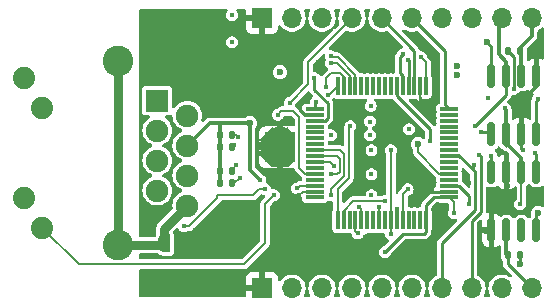
<source format=gbr>
%TF.GenerationSoftware,KiCad,Pcbnew,8.0.2-8.0.2-0~ubuntu22.04.1*%
%TF.CreationDate,2024-05-07T00:28:05+09:00*%
%TF.ProjectId,CANgatewayE,43414e67-6174-4657-9761-79452e6b6963,rev?*%
%TF.SameCoordinates,Original*%
%TF.FileFunction,Copper,L4,Bot*%
%TF.FilePolarity,Positive*%
%FSLAX46Y46*%
G04 Gerber Fmt 4.6, Leading zero omitted, Abs format (unit mm)*
G04 Created by KiCad (PCBNEW 8.0.2-8.0.2-0~ubuntu22.04.1) date 2024-05-07 00:28:05*
%MOMM*%
%LPD*%
G01*
G04 APERTURE LIST*
G04 Aperture macros list*
%AMRoundRect*
0 Rectangle with rounded corners*
0 $1 Rounding radius*
0 $2 $3 $4 $5 $6 $7 $8 $9 X,Y pos of 4 corners*
0 Add a 4 corners polygon primitive as box body*
4,1,4,$2,$3,$4,$5,$6,$7,$8,$9,$2,$3,0*
0 Add four circle primitives for the rounded corners*
1,1,$1+$1,$2,$3*
1,1,$1+$1,$4,$5*
1,1,$1+$1,$6,$7*
1,1,$1+$1,$8,$9*
0 Add four rect primitives between the rounded corners*
20,1,$1+$1,$2,$3,$4,$5,0*
20,1,$1+$1,$4,$5,$6,$7,0*
20,1,$1+$1,$6,$7,$8,$9,0*
20,1,$1+$1,$8,$9,$2,$3,0*%
%AMFreePoly0*
4,1,19,0.500000,-0.750000,0.000000,-0.750000,0.000000,-0.744911,-0.071157,-0.744911,-0.207708,-0.704816,-0.327430,-0.627875,-0.420627,-0.520320,-0.479746,-0.390866,-0.500000,-0.250000,-0.500000,0.250000,-0.479746,0.390866,-0.420627,0.520320,-0.327430,0.627875,-0.207708,0.704816,-0.071157,0.744911,0.000000,0.744911,0.000000,0.750000,0.500000,0.750000,0.500000,-0.750000,0.500000,-0.750000,
$1*%
%AMFreePoly1*
4,1,19,0.000000,0.744911,0.071157,0.744911,0.207708,0.704816,0.327430,0.627875,0.420627,0.520320,0.479746,0.390866,0.500000,0.250000,0.500000,-0.250000,0.479746,-0.390866,0.420627,-0.520320,0.327430,-0.627875,0.207708,-0.704816,0.071157,-0.744911,0.000000,-0.744911,0.000000,-0.750000,-0.500000,-0.750000,-0.500000,0.750000,0.000000,0.750000,0.000000,0.744911,0.000000,0.744911,
$1*%
G04 Aperture macros list end*
%TA.AperFunction,ComponentPad*%
%ADD10C,1.890000*%
%TD*%
%TA.AperFunction,ComponentPad*%
%ADD11R,1.900000X1.900000*%
%TD*%
%TA.AperFunction,ComponentPad*%
%ADD12C,1.900000*%
%TD*%
%TA.AperFunction,ComponentPad*%
%ADD13C,2.600000*%
%TD*%
%TA.AperFunction,ComponentPad*%
%ADD14C,0.500000*%
%TD*%
%TA.AperFunction,SMDPad,CuDef*%
%ADD15R,2.500000X2.500000*%
%TD*%
%TA.AperFunction,ComponentPad*%
%ADD16R,1.700000X1.700000*%
%TD*%
%TA.AperFunction,ComponentPad*%
%ADD17O,1.700000X1.700000*%
%TD*%
%TA.AperFunction,SMDPad,CuDef*%
%ADD18RoundRect,0.150000X-0.150000X0.825000X-0.150000X-0.825000X0.150000X-0.825000X0.150000X0.825000X0*%
%TD*%
%TA.AperFunction,SMDPad,CuDef*%
%ADD19RoundRect,0.150000X0.150000X-0.825000X0.150000X0.825000X-0.150000X0.825000X-0.150000X-0.825000X0*%
%TD*%
%TA.AperFunction,SMDPad,CuDef*%
%ADD20RoundRect,0.135000X-0.135000X-0.185000X0.135000X-0.185000X0.135000X0.185000X-0.135000X0.185000X0*%
%TD*%
%TA.AperFunction,SMDPad,CuDef*%
%ADD21FreePoly0,0.000000*%
%TD*%
%TA.AperFunction,SMDPad,CuDef*%
%ADD22FreePoly1,0.000000*%
%TD*%
%TA.AperFunction,SMDPad,CuDef*%
%ADD23RoundRect,0.075000X0.075000X-0.700000X0.075000X0.700000X-0.075000X0.700000X-0.075000X-0.700000X0*%
%TD*%
%TA.AperFunction,SMDPad,CuDef*%
%ADD24RoundRect,0.075000X0.700000X-0.075000X0.700000X0.075000X-0.700000X0.075000X-0.700000X-0.075000X0*%
%TD*%
%TA.AperFunction,ViaPad*%
%ADD25C,0.400000*%
%TD*%
%TA.AperFunction,ViaPad*%
%ADD26C,0.600000*%
%TD*%
%TA.AperFunction,Conductor*%
%ADD27C,0.200000*%
%TD*%
%TA.AperFunction,Conductor*%
%ADD28C,0.250000*%
%TD*%
%TA.AperFunction,Conductor*%
%ADD29C,0.300000*%
%TD*%
%TA.AperFunction,Conductor*%
%ADD30C,0.500000*%
%TD*%
%TA.AperFunction,Conductor*%
%ADD31C,0.750000*%
%TD*%
G04 APERTURE END LIST*
D10*
%TO.P,J1,L1*%
%TO.N,/Ethernet/LED1*%
X6810000Y6375000D03*
%TO.P,J1,L2*%
%TO.N,Net-(J1-PadL2)*%
X5290000Y8915000D03*
%TO.P,J1,L3*%
%TO.N,Net-(J1-PadL3)*%
X6810000Y16485000D03*
%TO.P,J1,L4*%
%TO.N,/Ethernet/LED2*%
X5290000Y19025000D03*
D11*
%TO.P,J1,R1,TD+*%
%TO.N,Net-(J1-TD+)*%
X16530000Y17145000D03*
D12*
%TO.P,J1,R2,TD-*%
%TO.N,Net-(J1-TD-)*%
X19070000Y15875000D03*
%TO.P,J1,R3,RD+*%
%TO.N,Net-(J1-RD+)*%
X16530000Y14605000D03*
%TO.P,J1,R4,TCT*%
%TO.N,Net-(J1-RCT)*%
X19070000Y13335000D03*
%TO.P,J1,R5,RCT*%
X16530000Y12065000D03*
%TO.P,J1,R6,RD-*%
%TO.N,Net-(J1-RD-)*%
X19070000Y10795000D03*
%TO.P,J1,R7,NC*%
%TO.N,unconnected-(J1-NC-PadR7)*%
X16530000Y9525000D03*
%TO.P,J1,R8*%
%TO.N,Net-(JP1-A)*%
X19070000Y8255000D03*
D13*
%TO.P,J1,SH*%
X13240000Y20475000D03*
X13240000Y4925000D03*
%TD*%
D14*
%TO.P,U2,25,VSS*%
%TO.N,GND*%
X25916000Y12208000D03*
X26916000Y12208000D03*
X27916000Y12208000D03*
X25916000Y13208000D03*
X26916000Y13208000D03*
D15*
X26916000Y13208000D03*
D14*
X27916000Y13208000D03*
X25916000Y14208000D03*
X26916000Y14208000D03*
X27916000Y14208000D03*
%TD*%
D16*
%TO.P,J3,1,Pin_1*%
%TO.N,GND*%
X25400000Y1270000D03*
D17*
%TO.P,J3,2,Pin_2*%
%TO.N,unconnected-(J3-Pin_2-Pad2)*%
X27940000Y1270000D03*
%TO.P,J3,3,Pin_3*%
%TO.N,unconnected-(J3-Pin_3-Pad3)*%
X30480000Y1270000D03*
%TO.P,J3,4,Pin_4*%
%TO.N,unconnected-(J3-Pin_4-Pad4)*%
X33020000Y1270000D03*
%TO.P,J3,5,Pin_5*%
%TO.N,/Connector/VCP_TX*%
X35560000Y1270000D03*
%TO.P,J3,6,Pin_6*%
%TO.N,/Connector/VCP_RX*%
X38100000Y1270000D03*
%TO.P,J3,7,Pin_7*%
%TO.N,/CAN2_RD*%
X40640000Y1270000D03*
%TO.P,J3,8,Pin_8*%
%TO.N,/CAN2_TD*%
X43180000Y1270000D03*
%TO.P,J3,9,Pin_9*%
%TO.N,/CAN/CAN2_L*%
X45720000Y1270000D03*
%TO.P,J3,10,Pin_10*%
%TO.N,/CAN/CAN2_H*%
X48260000Y1270000D03*
%TD*%
D18*
%TO.P,U4,1,TXD*%
%TO.N,Net-(JP4-B)*%
X44831000Y11111000D03*
%TO.P,U4,2,VSS*%
%TO.N,GND*%
X46101000Y11111000D03*
%TO.P,U4,3,VDD*%
%TO.N,+5V*%
X47371000Y11111000D03*
%TO.P,U4,4,RXD*%
%TO.N,Net-(JP5-B)*%
X48641000Y11111000D03*
%TO.P,U4,5,Vio*%
%TO.N,+3.3V*%
X48641000Y6161000D03*
%TO.P,U4,6,CANL*%
%TO.N,/CAN/CAN2_L*%
X47371000Y6161000D03*
%TO.P,U4,7,CANH*%
%TO.N,/CAN/CAN2_H*%
X46101000Y6161000D03*
%TO.P,U4,8,STBY*%
%TO.N,GND*%
X44831000Y6161000D03*
%TD*%
D19*
%TO.P,U3,1,TXD*%
%TO.N,Net-(JP2-B)*%
X48641000Y14289000D03*
%TO.P,U3,2,VSS*%
%TO.N,GND*%
X47371000Y14289000D03*
%TO.P,U3,3,VDD*%
%TO.N,+5V*%
X46101000Y14289000D03*
%TO.P,U3,4,RXD*%
%TO.N,Net-(JP3-B)*%
X44831000Y14289000D03*
%TO.P,U3,5,Vio*%
%TO.N,+3.3V*%
X44831000Y19239000D03*
%TO.P,U3,6,CANL*%
%TO.N,/CAN/CAN1_L*%
X46101000Y19239000D03*
%TO.P,U3,7,CANH*%
%TO.N,/CAN/CAN1_H*%
X47371000Y19239000D03*
%TO.P,U3,8,STBY*%
%TO.N,GND*%
X48641000Y19239000D03*
%TD*%
D20*
%TO.P,R12,1*%
%TO.N,Net-(J1-RCT)*%
X21842000Y13208000D03*
%TO.P,R12,2*%
%TO.N,Net-(J1-TD+)*%
X22862000Y13208000D03*
%TD*%
D21*
%TO.P,JP1,1,A*%
%TO.N,Net-(JP1-A)*%
X17130000Y5080000D03*
D22*
%TO.P,JP1,2,B*%
%TO.N,GND*%
X18430000Y5080000D03*
%TD*%
D20*
%TO.P,R20,1*%
%TO.N,/CAN/CAN2_H*%
X46226000Y4064000D03*
%TO.P,R20,2*%
%TO.N,Net-(R20-Pad2)*%
X47246000Y4064000D03*
%TD*%
%TO.P,R13,1*%
%TO.N,Net-(J1-RCT)*%
X21842000Y14224000D03*
%TO.P,R13,2*%
%TO.N,Net-(J1-TD-)*%
X22862000Y14224000D03*
%TD*%
%TO.P,R19,1*%
%TO.N,Net-(R19-Pad1)*%
X46226000Y21336000D03*
%TO.P,R19,2*%
%TO.N,/CAN/CAN1_H*%
X47246000Y21336000D03*
%TD*%
D23*
%TO.P,U1,1,VBAT*%
%TO.N,+3.3V*%
X39310000Y7025000D03*
%TO.P,U1,2,PC13*%
%TO.N,/MCU/PC13*%
X38810000Y7025000D03*
%TO.P,U1,3,PC14*%
%TO.N,/MCU/PC14*%
X38310000Y7025000D03*
%TO.P,U1,4,PC15*%
%TO.N,/MCU/PC15*%
X37810000Y7025000D03*
%TO.P,U1,5,PH0*%
%TO.N,Net-(U1-PH0)*%
X37310000Y7025000D03*
%TO.P,U1,6,PH1*%
%TO.N,Net-(U1-PH1)*%
X36810000Y7025000D03*
%TO.P,U1,7,NRST*%
%TO.N,/NRST*%
X36310000Y7025000D03*
%TO.P,U1,8,PC0*%
%TO.N,/MCU/PC0*%
X35810000Y7025000D03*
%TO.P,U1,9,PC1*%
%TO.N,/RMII_MDC*%
X35310000Y7025000D03*
%TO.P,U1,10,PC2*%
%TO.N,/MCU/PC2*%
X34810000Y7025000D03*
%TO.P,U1,11,PC3*%
%TO.N,/MCU/PC3*%
X34310000Y7025000D03*
%TO.P,U1,12,VSSA*%
%TO.N,GND*%
X33810000Y7025000D03*
%TO.P,U1,13,VDDA*%
%TO.N,+3.3V*%
X33310000Y7025000D03*
%TO.P,U1,14,PA0*%
%TO.N,/MCU/PA0*%
X32810000Y7025000D03*
%TO.P,U1,15,PA1*%
%TO.N,/RMII_REF_CLK*%
X32310000Y7025000D03*
%TO.P,U1,16,PA2*%
%TO.N,/RMII_MDIO*%
X31810000Y7025000D03*
D24*
%TO.P,U1,17,PA3*%
%TO.N,/MCU/PA3*%
X29885000Y8950000D03*
%TO.P,U1,18,VSS*%
%TO.N,GND*%
X29885000Y9450000D03*
%TO.P,U1,19,VDD*%
%TO.N,+3.3V*%
X29885000Y9950000D03*
%TO.P,U1,20,PA4*%
%TO.N,/MCU/PA4*%
X29885000Y10450000D03*
%TO.P,U1,21,PA5*%
%TO.N,/RMII_TX_EN*%
X29885000Y10950000D03*
%TO.P,U1,22,PA6*%
%TO.N,/MCU/PA6*%
X29885000Y11450000D03*
%TO.P,U1,23,PA7*%
%TO.N,/RMII_CRS_DV*%
X29885000Y11950000D03*
%TO.P,U1,24,PC4*%
%TO.N,/RMII_RXD0*%
X29885000Y12450000D03*
%TO.P,U1,25,PC5*%
%TO.N,/RMII_RXD1*%
X29885000Y12950000D03*
%TO.P,U1,26,PB0*%
%TO.N,/MCU/PB0*%
X29885000Y13450000D03*
%TO.P,U1,27,PB1*%
%TO.N,/MCU/PB1*%
X29885000Y13950000D03*
%TO.P,U1,28,PB2*%
%TO.N,/MCU/PB2*%
X29885000Y14450000D03*
%TO.P,U1,29,PB10*%
%TO.N,/MCU/PB10*%
X29885000Y14950000D03*
%TO.P,U1,30,VCAP*%
%TO.N,Net-(C4-Pad1)*%
X29885000Y15450000D03*
%TO.P,U1,31,VSS*%
%TO.N,GND*%
X29885000Y15950000D03*
%TO.P,U1,32,VDD*%
%TO.N,+3.3V*%
X29885000Y16450000D03*
D23*
%TO.P,U1,33,PB12*%
%TO.N,/RMII_TXD0*%
X31810000Y18375000D03*
%TO.P,U1,34,PB13*%
%TO.N,/RMII_TXD1*%
X32310000Y18375000D03*
%TO.P,U1,35,PB14*%
%TO.N,/MCU/PB14*%
X32810000Y18375000D03*
%TO.P,U1,36,PB15*%
%TO.N,/MCU/PB15*%
X33310000Y18375000D03*
%TO.P,U1,37,PC6*%
%TO.N,/MCU/PC6*%
X33810000Y18375000D03*
%TO.P,U1,38,PC7*%
%TO.N,/MCU/PC7*%
X34310000Y18375000D03*
%TO.P,U1,39,PC8*%
%TO.N,/MCU/PC8*%
X34810000Y18375000D03*
%TO.P,U1,40,PC9*%
%TO.N,/MCU/PC9*%
X35310000Y18375000D03*
%TO.P,U1,41,PA8*%
%TO.N,/MCU/PA8*%
X35810000Y18375000D03*
%TO.P,U1,42,PA9*%
%TO.N,/MCU/PA9*%
X36310000Y18375000D03*
%TO.P,U1,43,PA10*%
%TO.N,/CAN2_TD*%
X36810000Y18375000D03*
%TO.P,U1,44,PA11*%
%TO.N,/CAN1_RD*%
X37310000Y18375000D03*
%TO.P,U1,45,PA12*%
%TO.N,/CAN1_TD*%
X37810000Y18375000D03*
%TO.P,U1,46,PA13(JTMS*%
%TO.N,/SWDIO*%
X38310000Y18375000D03*
%TO.P,U1,47,VSS*%
%TO.N,GND*%
X38810000Y18375000D03*
%TO.P,U1,48,VDD*%
%TO.N,+3.3V*%
X39310000Y18375000D03*
D24*
%TO.P,U1,49,PA14(JTCK*%
%TO.N,/SWCLK*%
X41235000Y16450000D03*
%TO.P,U1,50,PA15(JTDI)*%
%TO.N,/MCU/PA15*%
X41235000Y15950000D03*
%TO.P,U1,51,PC10*%
%TO.N,/MCU/PC10*%
X41235000Y15450000D03*
%TO.P,U1,52,PC11*%
%TO.N,/MCU/PC11*%
X41235000Y14950000D03*
%TO.P,U1,53,PC12*%
%TO.N,/MCU/PC12*%
X41235000Y14450000D03*
%TO.P,U1,54,PD2*%
%TO.N,/MCU/PD2*%
X41235000Y13950000D03*
%TO.P,U1,55,PB3(JTDO*%
%TO.N,/MCU/PB3*%
X41235000Y13450000D03*
%TO.P,U1,56,PB4(NJTRST)*%
%TO.N,/MCU/PB4*%
X41235000Y12950000D03*
%TO.P,U1,57,PB5*%
%TO.N,/CAN2_RD*%
X41235000Y12450000D03*
%TO.P,U1,58,PB6*%
%TO.N,/MCU/PB6*%
X41235000Y11950000D03*
%TO.P,U1,59,PB7*%
%TO.N,/MCU/PB7*%
X41235000Y11450000D03*
%TO.P,U1,60,BOOT0*%
%TO.N,/MCU/BOOT0*%
X41235000Y10950000D03*
%TO.P,U1,61,PB8*%
%TO.N,/MCU/PB8*%
X41235000Y10450000D03*
%TO.P,U1,62,VCAP*%
%TO.N,Net-(C5-Pad1)*%
X41235000Y9950000D03*
%TO.P,U1,63,VSS*%
%TO.N,GND*%
X41235000Y9450000D03*
%TO.P,U1,64,VDD*%
%TO.N,+3.3V*%
X41235000Y8950000D03*
%TD*%
D20*
%TO.P,R14,1*%
%TO.N,Net-(J1-RCT)*%
X21842000Y10160000D03*
%TO.P,R14,2*%
%TO.N,Net-(J1-RD+)*%
X22862000Y10160000D03*
%TD*%
D16*
%TO.P,J4,1,Pin_1*%
%TO.N,GND*%
X25400000Y24130000D03*
D17*
%TO.P,J4,2,Pin_2*%
%TO.N,/Connector/VIN*%
X27940000Y24130000D03*
%TO.P,J4,3,Pin_3*%
%TO.N,+3.3V*%
X30480000Y24130000D03*
%TO.P,J4,4,Pin_4*%
%TO.N,/NRST*%
X33020000Y24130000D03*
%TO.P,J4,5,Pin_5*%
%TO.N,/SWDIO*%
X35560000Y24130000D03*
%TO.P,J4,6,Pin_6*%
%TO.N,/SWCLK*%
X38100000Y24130000D03*
%TO.P,J4,7,Pin_7*%
%TO.N,/CAN1_RD*%
X40640000Y24130000D03*
%TO.P,J4,8,Pin_8*%
%TO.N,/CAN1_TD*%
X43180000Y24130000D03*
%TO.P,J4,9,Pin_9*%
%TO.N,/CAN/CAN1_L*%
X45720000Y24130000D03*
%TO.P,J4,10,Pin_10*%
%TO.N,/CAN/CAN1_H*%
X48260000Y24130000D03*
%TD*%
D20*
%TO.P,R15,1*%
%TO.N,Net-(J1-RCT)*%
X21842000Y11176000D03*
%TO.P,R15,2*%
%TO.N,Net-(J1-RD-)*%
X22862000Y11176000D03*
%TD*%
D25*
%TO.N,+5V*%
X47244000Y8382000D03*
%TO.N,GND*%
X39370000Y16002000D03*
X39370000Y16510000D03*
%TO.N,Net-(U1-PH0)*%
X37742001Y9635300D03*
%TO.N,GND*%
X27559000Y5495902D03*
X22860000Y7112000D03*
D26*
X33274000Y21336000D03*
D25*
X40386000Y6604000D03*
X20320000Y2540000D03*
D26*
X19812000Y6096000D03*
D25*
X42672000Y10922000D03*
X22860000Y762000D03*
X38354000Y8509000D03*
X27247771Y8035886D03*
D26*
X21844000Y16256000D03*
D25*
X24384000Y4826000D03*
X33638779Y8126708D03*
D26*
X30226000Y20320000D03*
X40386000Y8128000D03*
X33274000Y20574000D03*
X38354000Y17018000D03*
X27940000Y20828000D03*
D25*
X16002000Y2540000D03*
D26*
X32512000Y4572000D03*
X44958000Y9144000D03*
D25*
X22860000Y2540000D03*
D26*
X46482000Y9144000D03*
D25*
X20320000Y762000D03*
X16002000Y762000D03*
X37084000Y14224000D03*
D26*
X19177000Y5080000D03*
X23114000Y20828000D03*
D25*
X31750000Y5588000D03*
D26*
X24885276Y7130000D03*
D25*
X36957000Y10414000D03*
X30353000Y5715000D03*
X42926000Y10160000D03*
D26*
X32512000Y21336000D03*
X23368000Y16256000D03*
X21844000Y21082000D03*
X44450000Y6096000D03*
X39370000Y3048000D03*
D25*
X28575000Y16764000D03*
D26*
X25654000Y3810000D03*
D25*
X46228000Y9906000D03*
D26*
X30480000Y4572000D03*
X39116000Y17018000D03*
D25*
X47498000Y12954000D03*
X37592000Y12164000D03*
X28575000Y9144000D03*
X33532020Y13518387D03*
D26*
X24765000Y20574000D03*
D25*
X23114000Y4826000D03*
%TO.N,Net-(U1-PH1)*%
X36830000Y8001000D03*
%TO.N,Net-(C4-Pad1)*%
X29845000Y19050000D03*
D26*
%TO.N,+3.3V*%
X26924000Y19558000D03*
D25*
X38862000Y20828000D03*
X29972000Y17018000D03*
X34598408Y16691408D03*
X35814000Y4318000D03*
X33494257Y5914827D03*
D26*
X41910000Y19304000D03*
D25*
X34671000Y10922000D03*
D26*
X41910000Y20066000D03*
D25*
X34671000Y9144000D03*
D26*
X44450000Y22098000D03*
D25*
X41656000Y7620000D03*
D26*
X48768000Y7620000D03*
D25*
X37846000Y14732000D03*
X34671000Y12954000D03*
X34544000Y15367000D03*
X34544000Y14224000D03*
X28383103Y9714103D03*
D26*
%TO.N,Net-(J1-RCT)*%
X24384000Y15240000D03*
D25*
X25273000Y10414000D03*
%TO.N,Net-(J1-TD-)*%
X23368000Y14058000D03*
%TO.N,/Ethernet/LED2*%
X25654000Y9652000D03*
X18796000Y6505000D03*
%TO.N,Net-(J1-RD+)*%
X23531054Y10631946D03*
%TO.N,/Ethernet/LED1*%
X26416000Y9144000D03*
%TO.N,Net-(J1-TD+)*%
X22996098Y13349697D03*
%TO.N,Net-(J1-RD-)*%
X23241000Y11682000D03*
D26*
%TO.N,/MCU/BOOT0*%
X38608000Y13462000D03*
D25*
%TO.N,/RMII_MDIO*%
X32891000Y14986000D03*
%TO.N,/RMII_RXD0*%
X31240000Y10922000D03*
%TO.N,/RMII_RXD1*%
X31240000Y9144000D03*
%TO.N,/RMII_CRS_DV*%
X31240000Y14224000D03*
X31466001Y11634381D03*
%TO.N,/RMII_REF_CLK*%
X35806000Y8636000D03*
%TO.N,Net-(R19-Pad1)*%
X46736001Y18150855D03*
D26*
%TO.N,Net-(R20-Pad2)*%
X47244000Y3302000D03*
%TO.N,/CAN/CAN2_L*%
X47371000Y6161000D03*
D25*
%TO.N,/CAN/CAN1_L*%
X43434000Y14986000D03*
%TO.N,/RMII_TX_EN*%
X26741646Y15952396D03*
%TO.N,/RMII_MDC*%
X35306000Y8128000D03*
%TO.N,/CAN2_TD*%
X39624000Y13716000D03*
X43815000Y12573000D03*
%TO.N,/MCU/PB14*%
X22860000Y22098000D03*
X31242000Y20320000D03*
%TO.N,/RMII_TXD0*%
X30988000Y17653000D03*
%TO.N,/MCU/PB15*%
X22860000Y24384000D03*
X31242000Y20920003D03*
%TO.N,/CAN1_TD*%
X37785000Y20587000D03*
%TO.N,/CAN2_RD*%
X43376000Y11684000D03*
%TO.N,/CAN1_RD*%
X37338000Y21082000D03*
%TO.N,/RMII_TXD1*%
X30861000Y18288000D03*
%TO.N,+5V*%
X45974000Y16510000D03*
%TO.N,Net-(C5-Pad1)*%
X42926000Y8382000D03*
%TO.N,/NRST*%
X36322000Y5842000D03*
X27746625Y16957375D03*
X36310000Y12954000D03*
%TO.N,Net-(JP2-B)*%
X48768000Y17272000D03*
%TO.N,Net-(JP3-B)*%
X44577000Y17399000D03*
X43942000Y14478000D03*
%TO.N,Net-(JP4-B)*%
X44831000Y12446000D03*
%TO.N,Net-(JP5-B)*%
X48514000Y12700000D03*
%TD*%
D27*
%TO.N,+5V*%
X47371000Y8509000D02*
X47371000Y11111000D01*
X47244000Y8382000D02*
X47371000Y8509000D01*
%TO.N,Net-(U1-PH0)*%
X37330000Y7045000D02*
X37310000Y7025000D01*
X37742001Y9635300D02*
X37330000Y9223299D01*
X37330000Y9223299D02*
X37330000Y7045000D01*
D28*
%TO.N,GND*%
X47371000Y14289000D02*
X47371000Y13081000D01*
D29*
X48641000Y18264001D02*
X47371000Y16994001D01*
D27*
X28881000Y9450000D02*
X28575000Y9144000D01*
X44515000Y6161000D02*
X44450000Y6096000D01*
D28*
X41235000Y9450000D02*
X39295000Y9450000D01*
X46101000Y11111000D02*
X46101000Y10033000D01*
X47371000Y13081000D02*
X47498000Y12954000D01*
X39295000Y9450000D02*
X38354000Y8509000D01*
X29042236Y15950000D02*
X28575000Y16417236D01*
D30*
X18430000Y5080000D02*
X19177000Y5080000D01*
D28*
X46101000Y10033000D02*
X46228000Y9906000D01*
D29*
X48641000Y19239000D02*
X48641000Y18264001D01*
D27*
X38810000Y18375000D02*
X38810000Y17324000D01*
D28*
X28575000Y16417236D02*
X28575000Y16764000D01*
D27*
X44831000Y6161000D02*
X44515000Y6161000D01*
X29885000Y9450000D02*
X28881000Y9450000D01*
X33810000Y7955487D02*
X33638779Y8126708D01*
X38354000Y17018000D02*
X39116000Y17018000D01*
X33810000Y7025000D02*
X33810000Y7955487D01*
X38810000Y17324000D02*
X39116000Y17018000D01*
D29*
X47371000Y16994001D02*
X47371000Y14289000D01*
D28*
X29885000Y15950000D02*
X29042236Y15950000D01*
D27*
%TO.N,Net-(U1-PH1)*%
X36810000Y7981000D02*
X36830000Y8001000D01*
X36810000Y7025000D02*
X36810000Y7981000D01*
D28*
%TO.N,Net-(C4-Pad1)*%
X30988000Y16910537D02*
X30988000Y15710236D01*
X29845000Y19050000D02*
X29845000Y18053537D01*
X30727764Y15450000D02*
X29885000Y15450000D01*
X30988000Y15710236D02*
X30727764Y15450000D01*
X29845000Y18053537D02*
X30988000Y16910537D01*
%TO.N,+3.3V*%
X48641000Y7493000D02*
X48768000Y7620000D01*
D27*
X41656000Y8529000D02*
X41235000Y8950000D01*
D28*
X39310000Y6036000D02*
X39310000Y7025000D01*
X44831000Y21717000D02*
X44831000Y19239000D01*
D27*
X33310000Y6099084D02*
X33310000Y7025000D01*
D28*
X39310000Y8322000D02*
X39310000Y7025000D01*
X41235000Y8950000D02*
X39938000Y8950000D01*
D27*
X28619000Y9950000D02*
X28383103Y9714103D01*
D28*
X35814000Y4318000D02*
X37338000Y5842000D01*
X39116000Y5842000D02*
X39310000Y6036000D01*
X48641000Y6161000D02*
X48641000Y7493000D01*
D27*
X38862000Y20828000D02*
X39310000Y20380000D01*
D28*
X29972000Y17018000D02*
X29885000Y16931000D01*
D27*
X29885000Y9950000D02*
X28619000Y9950000D01*
D28*
X44450000Y22098000D02*
X44831000Y21717000D01*
D27*
X33494257Y5914827D02*
X33310000Y6099084D01*
X41656000Y7620000D02*
X41656000Y8529000D01*
D28*
X39938000Y8950000D02*
X39310000Y8322000D01*
D27*
X39310000Y20380000D02*
X39310000Y18375000D01*
D28*
X37338000Y5842000D02*
X39116000Y5842000D01*
X29885000Y16931000D02*
X29885000Y16450000D01*
D29*
%TO.N,Net-(J1-RCT)*%
X21842000Y14224000D02*
X21842000Y15238000D01*
D27*
X21842000Y13208000D02*
X21842000Y14224000D01*
D29*
X20975000Y15240000D02*
X19070000Y13335000D01*
D27*
X21844000Y15240000D02*
X20975000Y15240000D01*
D29*
X24384000Y15240000D02*
X24384000Y11303000D01*
X24384000Y11303000D02*
X25273000Y10414000D01*
D27*
X21842000Y10160000D02*
X21842000Y11176000D01*
X21842000Y11176000D02*
X21842000Y13208000D01*
D29*
X24384000Y15240000D02*
X20975000Y15240000D01*
D27*
X21842000Y15113000D02*
X21842000Y15238000D01*
D29*
X21842000Y10160000D02*
X21842000Y15113000D01*
X21842000Y15238000D02*
X21844000Y15240000D01*
D27*
X24384000Y15240000D02*
X21844000Y15240000D01*
X21842000Y14224000D02*
X21842000Y15113000D01*
%TO.N,Net-(J1-TD-)*%
X22862000Y14224000D02*
X23202000Y14224000D01*
X23202000Y14224000D02*
X23368000Y14058000D01*
%TO.N,/Ethernet/LED2*%
X21590000Y8890000D02*
X19205000Y6505000D01*
X24638000Y9144000D02*
X21590000Y9144000D01*
X25146000Y9652000D02*
X24638000Y9144000D01*
X25654000Y9652000D02*
X25146000Y9652000D01*
X21590000Y9144000D02*
X21590000Y8890000D01*
X19205000Y6505000D02*
X18796000Y6505000D01*
D31*
%TO.N,Net-(JP1-A)*%
X16975000Y4925000D02*
X17130000Y5080000D01*
X13240000Y4925000D02*
X16975000Y4925000D01*
X19070000Y8255000D02*
X17130000Y6315000D01*
X17130000Y6315000D02*
X17130000Y5080000D01*
X13240000Y20475000D02*
X13240000Y4925000D01*
D27*
%TO.N,Net-(J1-RD+)*%
X23059108Y10160000D02*
X23531054Y10631946D01*
X22862000Y10160000D02*
X23059108Y10160000D01*
%TO.N,/Ethernet/LED1*%
X26416000Y9144000D02*
X25654000Y8382000D01*
X25654000Y8382000D02*
X25654000Y5080000D01*
X25654000Y5080000D02*
X23876000Y3302000D01*
X9883000Y3302000D02*
X6810000Y6375000D01*
X23876000Y3302000D02*
X9883000Y3302000D01*
%TO.N,Net-(J1-TD+)*%
X22862000Y13208000D02*
X22862000Y13215599D01*
X22862000Y13215599D02*
X22996098Y13349697D01*
%TO.N,Net-(J1-RD-)*%
X22862000Y11176000D02*
X22862000Y11303000D01*
X22862000Y11303000D02*
X23241000Y11682000D01*
%TO.N,/MCU/BOOT0*%
X38608000Y12769590D02*
X38608000Y13462000D01*
X41235000Y10950000D02*
X40427590Y10950000D01*
X40427590Y10950000D02*
X38608000Y12769590D01*
%TO.N,/RMII_MDIO*%
X31810000Y7025000D02*
X31810000Y9664314D01*
X32766000Y14861000D02*
X32891000Y14986000D01*
X32766000Y10620314D02*
X32766000Y14861000D01*
X31810000Y9664314D02*
X32766000Y10620314D01*
%TO.N,/RMII_RXD0*%
X31966000Y12230000D02*
X31746000Y12450000D01*
X31966000Y11138000D02*
X31966000Y12230000D01*
X31750000Y10922000D02*
X31966000Y11138000D01*
X31240000Y10922000D02*
X31750000Y10922000D01*
X31746000Y12450000D02*
X29885000Y12450000D01*
%TO.N,/RMII_RXD1*%
X31240000Y9660000D02*
X32366000Y10786000D01*
X32008000Y12950000D02*
X29885000Y12950000D01*
X32366000Y10786000D02*
X32366000Y12592000D01*
X31240000Y9144000D02*
X31240000Y9660000D01*
X32366000Y12592000D02*
X32008000Y12950000D01*
%TO.N,/RMII_CRS_DV*%
X31150382Y11950000D02*
X29885000Y11950000D01*
X31466001Y11634381D02*
X31150382Y11950000D01*
%TO.N,/RMII_REF_CLK*%
X35806000Y8636000D02*
X33113590Y8636000D01*
X33113590Y8636000D02*
X32310000Y7832410D01*
X32310000Y7832410D02*
X32310000Y7025000D01*
D28*
%TO.N,Net-(R19-Pad1)*%
X46736001Y18150855D02*
X46736000Y18150856D01*
X46736000Y20826000D02*
X46226000Y21336000D01*
X46736000Y18150856D02*
X46736000Y20826000D01*
D29*
%TO.N,/CAN/CAN1_H*%
X47246000Y21592000D02*
X48260000Y22606000D01*
X47246000Y21336000D02*
X47246000Y21592000D01*
X47371000Y21211000D02*
X47246000Y21336000D01*
X47371000Y19239000D02*
X47371000Y21211000D01*
X48260000Y22606000D02*
X48260000Y24130000D01*
%TO.N,/CAN/CAN2_H*%
X46101000Y4189000D02*
X46226000Y4064000D01*
D28*
X46226000Y3304000D02*
X46226000Y4064000D01*
X48260000Y1270000D02*
X46226000Y3304000D01*
D29*
X46101000Y6161000D02*
X46101000Y4189000D01*
D28*
%TO.N,Net-(R20-Pad2)*%
X47244000Y3302000D02*
X47244000Y4062000D01*
X47244000Y4062000D02*
X47246000Y4064000D01*
D29*
%TO.N,/CAN/CAN1_L*%
X46101000Y20447000D02*
X45466000Y21082000D01*
X45466000Y21082000D02*
X45466000Y23876000D01*
D28*
X46101000Y17653000D02*
X46101000Y19239000D01*
D29*
X46101000Y19239000D02*
X46101000Y20447000D01*
D28*
X43434000Y14986000D02*
X46101000Y17653000D01*
D29*
X45466000Y23876000D02*
X45720000Y24130000D01*
D27*
%TO.N,/RMII_TX_EN*%
X28575000Y11452590D02*
X28575000Y15748000D01*
X29077590Y10950000D02*
X28575000Y11452590D01*
X28067000Y16256000D02*
X27045250Y16256000D01*
X28575000Y15748000D02*
X28067000Y16256000D01*
X29885000Y10950000D02*
X29077590Y10950000D01*
X27045250Y16256000D02*
X26741646Y15952396D01*
D28*
%TO.N,/SWCLK*%
X40894000Y16791000D02*
X41235000Y16450000D01*
X38100000Y24130000D02*
X40894000Y21336000D01*
X40894000Y21336000D02*
X40894000Y16791000D01*
D27*
%TO.N,/RMII_MDC*%
X35306000Y8128000D02*
X35306000Y7029000D01*
X35306000Y7029000D02*
X35310000Y7025000D01*
D28*
%TO.N,/CAN2_TD*%
X39624000Y14718236D02*
X36810000Y17532236D01*
X43901000Y12487000D02*
X43901000Y7704604D01*
X36810000Y17532236D02*
X36810000Y18375000D01*
X43180000Y6983604D02*
X43180000Y1270000D01*
X43901000Y7704604D02*
X43180000Y6983604D01*
X39624000Y13716000D02*
X39624000Y14718236D01*
X43815000Y12573000D02*
X43901000Y12487000D01*
D27*
%TO.N,/MCU/PB14*%
X32810000Y18375000D02*
X32810000Y19248096D01*
X31738096Y20320000D02*
X31242000Y20320000D01*
X32810000Y19248096D02*
X31738096Y20320000D01*
%TO.N,/RMII_TXD0*%
X30988000Y17653000D02*
X31088000Y17653000D01*
X31088000Y17653000D02*
X31810000Y18375000D01*
%TO.N,/MCU/PB15*%
X31795782Y20828000D02*
X31334003Y20828000D01*
X33310000Y19313782D02*
X31795782Y20828000D01*
X33310000Y18375000D02*
X33310000Y19313782D01*
X31334003Y20828000D02*
X31242000Y20920003D01*
D28*
%TO.N,/SWDIO*%
X38310000Y21380000D02*
X38310000Y18375000D01*
X35560000Y24130000D02*
X38310000Y21380000D01*
%TO.N,/CAN1_TD*%
X37810000Y20562000D02*
X37810000Y18375000D01*
X37785000Y20587000D02*
X37810000Y20562000D01*
D29*
%TO.N,/CAN2_RD*%
X42113120Y12450000D02*
X41235000Y12450000D01*
D28*
X43451000Y11112120D02*
X43451000Y7891000D01*
X43376000Y11626000D02*
X43376000Y11684000D01*
X43451000Y7891000D02*
X40640000Y5080000D01*
X43156560Y11406560D02*
X43451000Y11112120D01*
X40640000Y5080000D02*
X40640000Y1270000D01*
X42113120Y12450000D02*
X43156560Y11406560D01*
X43156560Y11406560D02*
X43376000Y11626000D01*
%TO.N,/CAN1_RD*%
X37084000Y20828000D02*
X37084000Y19443764D01*
X37084000Y19443764D02*
X37310000Y19217764D01*
X37338000Y21082000D02*
X37084000Y20828000D01*
X37310000Y19217764D02*
X37310000Y18375000D01*
D27*
%TO.N,/RMII_TXD1*%
X30861000Y19050000D02*
X30861000Y18288000D01*
X32042410Y19450000D02*
X31261000Y19450000D01*
X32310000Y19182410D02*
X32042410Y19450000D01*
X32310000Y18375000D02*
X32310000Y19182410D01*
X31261000Y19450000D02*
X30861000Y19050000D01*
D29*
%TO.N,+5V*%
X47371000Y11111000D02*
X47371000Y12303182D01*
X47371000Y12303182D02*
X46101000Y13573182D01*
X46101000Y14289000D02*
X46101000Y16383000D01*
X46101000Y13573182D02*
X46101000Y14289000D01*
X46101000Y16383000D02*
X45974000Y16510000D01*
D28*
X46101000Y13314001D02*
X46101000Y14289000D01*
%TO.N,Net-(C5-Pad1)*%
X42926000Y9101764D02*
X42077764Y9950000D01*
X42077764Y9950000D02*
X41235000Y9950000D01*
X42926000Y8382000D02*
X42926000Y9101764D01*
D27*
%TO.N,/NRST*%
X29302000Y18512750D02*
X29302000Y20412000D01*
X36310000Y5854000D02*
X36322000Y5842000D01*
X29302000Y20412000D02*
X33020000Y24130000D01*
X36310000Y12954000D02*
X36310000Y7025000D01*
X36310000Y7025000D02*
X36310000Y5854000D01*
X27746625Y16957375D02*
X29302000Y18512750D01*
D28*
%TO.N,Net-(JP2-B)*%
X48641000Y17145000D02*
X48641000Y14289000D01*
X48768000Y17272000D02*
X48641000Y17145000D01*
%TO.N,Net-(JP3-B)*%
X43942000Y14478000D02*
X44642000Y14478000D01*
X44642000Y14478000D02*
X44831000Y14289000D01*
%TO.N,Net-(JP4-B)*%
X44831000Y11111000D02*
X44831000Y12446000D01*
%TO.N,Net-(JP5-B)*%
X48514000Y12700000D02*
X48641000Y12573000D01*
X48641000Y12573000D02*
X48641000Y11782751D01*
%TD*%
%TA.AperFunction,Conductor*%
%TO.N,GND*%
G36*
X22439944Y24879815D02*
G01*
X22485699Y24827011D01*
X22495643Y24757853D01*
X22466618Y24694297D01*
X22434623Y24657373D01*
X22434622Y24657372D01*
X22374834Y24526457D01*
X22354353Y24384000D01*
X22374834Y24241544D01*
X22426143Y24129196D01*
X22434623Y24110627D01*
X22528872Y24001857D01*
X22649947Y23924047D01*
X22649950Y23924046D01*
X22649949Y23924046D01*
X22788036Y23883501D01*
X22788038Y23883500D01*
X22788039Y23883500D01*
X22931962Y23883500D01*
X22931962Y23883501D01*
X23070053Y23924047D01*
X23191128Y24001857D01*
X23285377Y24110627D01*
X23345165Y24241543D01*
X23365647Y24384000D01*
X23345165Y24526457D01*
X23285377Y24657373D01*
X23253381Y24694299D01*
X23224357Y24757853D01*
X23234301Y24827011D01*
X23280056Y24879815D01*
X23347095Y24899500D01*
X23926000Y24899500D01*
X23993039Y24879815D01*
X24038794Y24827011D01*
X24050000Y24775500D01*
X24050000Y24380000D01*
X24966988Y24380000D01*
X24934075Y24322993D01*
X24900000Y24195826D01*
X24900000Y24064174D01*
X24934075Y23937007D01*
X24966988Y23880000D01*
X24050000Y23880000D01*
X24050000Y23232156D01*
X24056401Y23172628D01*
X24056403Y23172621D01*
X24106645Y23037914D01*
X24106649Y23037907D01*
X24192809Y22922813D01*
X24192812Y22922810D01*
X24307906Y22836650D01*
X24307913Y22836646D01*
X24442620Y22786404D01*
X24442627Y22786402D01*
X24502155Y22780001D01*
X24502172Y22780000D01*
X25150000Y22780000D01*
X25150000Y23696988D01*
X25207007Y23664075D01*
X25334174Y23630000D01*
X25465826Y23630000D01*
X25592993Y23664075D01*
X25650000Y23696988D01*
X25650000Y22780000D01*
X26297828Y22780000D01*
X26297844Y22780001D01*
X26357372Y22786402D01*
X26357379Y22786404D01*
X26492086Y22836646D01*
X26492093Y22836650D01*
X26607187Y22922810D01*
X26607190Y22922813D01*
X26693350Y23037907D01*
X26693354Y23037914D01*
X26743596Y23172621D01*
X26743598Y23172628D01*
X26749999Y23232156D01*
X26750000Y23232173D01*
X26750000Y23426732D01*
X26769685Y23493771D01*
X26822489Y23539526D01*
X26891647Y23549470D01*
X26955203Y23520445D01*
X26972950Y23501463D01*
X27086128Y23351593D01*
X27243698Y23207948D01*
X27424981Y23095702D01*
X27623802Y23018679D01*
X27833390Y22979500D01*
X27833392Y22979500D01*
X28046608Y22979500D01*
X28046610Y22979500D01*
X28256198Y23018679D01*
X28455019Y23095702D01*
X28636302Y23207948D01*
X28793872Y23351593D01*
X28922366Y23521745D01*
X28955456Y23588200D01*
X29017403Y23712606D01*
X29017403Y23712607D01*
X29017405Y23712611D01*
X29075756Y23917690D01*
X29086529Y24033953D01*
X29112315Y24098889D01*
X29156869Y24130806D01*
X29120497Y24151669D01*
X29088307Y24213682D01*
X29086529Y24226049D01*
X29085093Y24241544D01*
X29075756Y24342310D01*
X29017405Y24547389D01*
X29017403Y24547394D01*
X29017403Y24547395D01*
X28931342Y24720229D01*
X28919081Y24789014D01*
X28945954Y24853509D01*
X29003430Y24893236D01*
X29042342Y24899500D01*
X29377658Y24899500D01*
X29444697Y24879815D01*
X29490452Y24827011D01*
X29500396Y24757853D01*
X29488658Y24720229D01*
X29402596Y24547395D01*
X29402596Y24547393D01*
X29344244Y24342311D01*
X29333471Y24226049D01*
X29307685Y24161112D01*
X29263130Y24129196D01*
X29299503Y24108332D01*
X29331693Y24046319D01*
X29333470Y24033953D01*
X29344244Y23917690D01*
X29397675Y23729901D01*
X29402596Y23712608D01*
X29402596Y23712606D01*
X29497632Y23521747D01*
X29551611Y23450268D01*
X29626128Y23351593D01*
X29783698Y23207948D01*
X29964981Y23095702D01*
X30163802Y23018679D01*
X30373390Y22979500D01*
X30373392Y22979500D01*
X30586608Y22979500D01*
X30586610Y22979500D01*
X30796198Y23018679D01*
X30995019Y23095702D01*
X31176302Y23207948D01*
X31229652Y23256584D01*
X31292454Y23287201D01*
X31339619Y23281630D01*
X31332941Y23299536D01*
X31347793Y23367809D01*
X31357667Y23383104D01*
X31462366Y23521745D01*
X31516270Y23630000D01*
X31557403Y23712606D01*
X31557403Y23712607D01*
X31557405Y23712611D01*
X31615756Y23917690D01*
X31626529Y24033953D01*
X31652315Y24098889D01*
X31696869Y24130806D01*
X31660497Y24151669D01*
X31628307Y24213682D01*
X31626529Y24226049D01*
X31625093Y24241544D01*
X31615756Y24342310D01*
X31557405Y24547389D01*
X31557403Y24547394D01*
X31557403Y24547395D01*
X31471342Y24720229D01*
X31459081Y24789014D01*
X31485954Y24853509D01*
X31543430Y24893236D01*
X31582342Y24899500D01*
X31917658Y24899500D01*
X31984697Y24879815D01*
X32030452Y24827011D01*
X32040396Y24757853D01*
X32028658Y24720229D01*
X31942596Y24547395D01*
X31942596Y24547393D01*
X31884244Y24342311D01*
X31873471Y24226049D01*
X31847685Y24161112D01*
X31803130Y24129196D01*
X31839503Y24108332D01*
X31871693Y24046319D01*
X31873471Y24033952D01*
X31884244Y23917690D01*
X31943390Y23709816D01*
X31942804Y23639948D01*
X31911805Y23588200D01*
X31544306Y23220701D01*
X31482983Y23187216D01*
X31429779Y23191021D01*
X31437151Y23168073D01*
X31419162Y23100559D01*
X31400871Y23077266D01*
X28981522Y20657916D01*
X28981520Y20657913D01*
X28928792Y20566587D01*
X28926585Y20558347D01*
X28926584Y20558342D01*
X28901500Y20464727D01*
X28901500Y18730005D01*
X28881815Y18662966D01*
X28865181Y18642324D01*
X27705634Y17482778D01*
X27652888Y17451482D01*
X27536574Y17417330D01*
X27415498Y17339519D01*
X27321248Y17230749D01*
X27321247Y17230747D01*
X27261459Y17099832D01*
X27240978Y16957375D01*
X27262722Y16806140D01*
X27261308Y16805937D01*
X27261308Y16745566D01*
X27223534Y16686787D01*
X27159979Y16657762D01*
X27142331Y16656500D01*
X26992523Y16656500D01*
X26890660Y16629207D01*
X26799337Y16576481D01*
X26700655Y16477798D01*
X26647909Y16446503D01*
X26531595Y16412351D01*
X26410519Y16334540D01*
X26316269Y16225770D01*
X26316268Y16225768D01*
X26256480Y16094853D01*
X26235999Y15952396D01*
X26256480Y15809940D01*
X26311576Y15689299D01*
X26316269Y15679023D01*
X26410518Y15570253D01*
X26531593Y15492443D01*
X26531596Y15492442D01*
X26531595Y15492442D01*
X26638753Y15460979D01*
X26668891Y15452129D01*
X26669682Y15451897D01*
X26669684Y15451896D01*
X26669685Y15451896D01*
X26813608Y15451896D01*
X26813608Y15451897D01*
X26931459Y15486500D01*
X26951696Y15492442D01*
X26951696Y15492443D01*
X26951699Y15492443D01*
X27072774Y15570253D01*
X27167023Y15679023D01*
X27214514Y15783012D01*
X27260269Y15835816D01*
X27327308Y15855500D01*
X27849745Y15855500D01*
X27916784Y15835815D01*
X27937426Y15819181D01*
X28138181Y15618426D01*
X28171666Y15557103D01*
X28174500Y15530745D01*
X28174500Y15082000D01*
X28154815Y15014961D01*
X28102011Y14969206D01*
X28050500Y14958000D01*
X27965084Y14958000D01*
X27951200Y14958780D01*
X27916002Y14962746D01*
X27915998Y14962746D01*
X27880800Y14958780D01*
X27866916Y14958000D01*
X27166000Y14958000D01*
X27166000Y14811555D01*
X27212277Y14857831D01*
X27273600Y14891316D01*
X27343292Y14886332D01*
X27387640Y14857832D01*
X27415999Y14829474D01*
X27444358Y14857832D01*
X27505681Y14891317D01*
X27575373Y14886333D01*
X27619721Y14857832D01*
X28138181Y14339372D01*
X28171666Y14278049D01*
X28174500Y14251691D01*
X28174500Y13895309D01*
X28154815Y13828270D01*
X28102011Y13782515D01*
X28032853Y13772571D01*
X27969297Y13801596D01*
X27962819Y13807628D01*
X27916000Y13854447D01*
X27769553Y13708000D01*
X27916000Y13561553D01*
X27962819Y13608372D01*
X28024142Y13641857D01*
X28093834Y13636873D01*
X28149767Y13595001D01*
X28174184Y13529537D01*
X28174500Y13520691D01*
X28174500Y12895309D01*
X28154815Y12828270D01*
X28102011Y12782515D01*
X28032853Y12772571D01*
X27969297Y12801596D01*
X27962819Y12807628D01*
X27916000Y12854447D01*
X27769553Y12708000D01*
X27916000Y12561553D01*
X27962819Y12608372D01*
X28024142Y12641857D01*
X28093834Y12636873D01*
X28149767Y12595001D01*
X28174184Y12529537D01*
X28174500Y12520691D01*
X28174500Y12164309D01*
X28154815Y12097270D01*
X28138181Y12076628D01*
X27619722Y11558169D01*
X27558399Y11524684D01*
X27488707Y11529668D01*
X27444360Y11558169D01*
X27416000Y11586529D01*
X27387640Y11558169D01*
X27326316Y11524685D01*
X27256625Y11529670D01*
X27212278Y11558170D01*
X27166000Y11604448D01*
X27166000Y11458000D01*
X27866916Y11458000D01*
X27880800Y11457220D01*
X27915998Y11453254D01*
X27916002Y11453254D01*
X27951200Y11457220D01*
X27965084Y11458000D01*
X28063774Y11458000D01*
X28130813Y11438315D01*
X28176568Y11385511D01*
X28183546Y11366099D01*
X28191314Y11337112D01*
X28201793Y11298001D01*
X28220053Y11266375D01*
X28254520Y11206677D01*
X28254521Y11206676D01*
X28254522Y11206675D01*
X28752769Y10708429D01*
X28752790Y10708406D01*
X28777085Y10684112D01*
X28810572Y10622790D01*
X28812110Y10578557D01*
X28809500Y10560636D01*
X28809500Y10560631D01*
X28809500Y10474500D01*
X28789815Y10407461D01*
X28737011Y10361706D01*
X28685500Y10350500D01*
X28679339Y10350500D01*
X28679323Y10350501D01*
X28671727Y10350501D01*
X28566273Y10350501D01*
X28498366Y10332305D01*
X28464412Y10323207D01*
X28407737Y10290485D01*
X28374929Y10271543D01*
X28373084Y10270478D01*
X28342111Y10239505D01*
X28289366Y10208210D01*
X28173052Y10174058D01*
X28051976Y10096247D01*
X27957726Y9987477D01*
X27957725Y9987475D01*
X27897937Y9856560D01*
X27877456Y9714103D01*
X27897937Y9571647D01*
X27949478Y9458790D01*
X27957726Y9440730D01*
X28051975Y9331960D01*
X28173050Y9254150D01*
X28173053Y9254149D01*
X28173052Y9254149D01*
X28272960Y9224814D01*
X28300945Y9216597D01*
X28311139Y9213604D01*
X28311141Y9213603D01*
X28311142Y9213603D01*
X28455064Y9213603D01*
X28503694Y9227882D01*
X28573562Y9227882D01*
X28632340Y9190108D01*
X28653189Y9156357D01*
X28682737Y9085021D01*
X28682738Y9085019D01*
X28779853Y8958456D01*
X28778293Y8957260D01*
X28806663Y8905321D01*
X28809500Y8878948D01*
X28809500Y8839364D01*
X28820134Y8766375D01*
X28820134Y8766374D01*
X28820135Y8766372D01*
X28875172Y8653790D01*
X28963789Y8565173D01*
X29063498Y8516429D01*
X29076375Y8510134D01*
X29149364Y8499500D01*
X29149370Y8499500D01*
X30620630Y8499500D01*
X30620636Y8499500D01*
X30693625Y8510134D01*
X30806211Y8565174D01*
X30894826Y8653789D01*
X30894826Y8653791D01*
X30897080Y8656044D01*
X30958403Y8689529D01*
X31020998Y8685053D01*
X31021437Y8686545D01*
X31127606Y8655372D01*
X31166036Y8644088D01*
X31168036Y8643501D01*
X31168038Y8643500D01*
X31285500Y8643500D01*
X31352539Y8623815D01*
X31398294Y8571011D01*
X31409500Y8519500D01*
X31409500Y7942838D01*
X31396901Y7888379D01*
X31370134Y7833625D01*
X31359500Y7760636D01*
X31359500Y6289364D01*
X31370134Y6216375D01*
X31370134Y6216374D01*
X31370135Y6216372D01*
X31425172Y6103790D01*
X31513789Y6015173D01*
X31585773Y5979983D01*
X31626375Y5960134D01*
X31699364Y5949500D01*
X31699370Y5949500D01*
X31920630Y5949500D01*
X31920636Y5949500D01*
X31993625Y5960134D01*
X32005539Y5965959D01*
X32074408Y5977719D01*
X32114458Y5965960D01*
X32126375Y5960134D01*
X32199364Y5949500D01*
X32199370Y5949500D01*
X32420630Y5949500D01*
X32420636Y5949500D01*
X32493625Y5960134D01*
X32505539Y5965959D01*
X32574408Y5977719D01*
X32614458Y5965960D01*
X32626375Y5960134D01*
X32699364Y5949500D01*
X32699370Y5949500D01*
X32862313Y5949500D01*
X32929352Y5929815D01*
X32969700Y5887500D01*
X32988162Y5855523D01*
X33003513Y5811170D01*
X33009091Y5772374D01*
X33009092Y5772369D01*
X33042351Y5699544D01*
X33068880Y5641454D01*
X33163129Y5532684D01*
X33284204Y5454874D01*
X33284207Y5454873D01*
X33284206Y5454873D01*
X33316139Y5445497D01*
X33414895Y5416500D01*
X33422293Y5414328D01*
X33422295Y5414327D01*
X33422296Y5414327D01*
X33566219Y5414327D01*
X33566219Y5414328D01*
X33704310Y5454874D01*
X33825385Y5532684D01*
X33919634Y5641454D01*
X33943656Y5694055D01*
X33989407Y5746855D01*
X34027739Y5760889D01*
X34027255Y5762697D01*
X34035108Y5764802D01*
X34174978Y5822737D01*
X34301542Y5919853D01*
X34302737Y5918296D01*
X34354694Y5946666D01*
X34381052Y5949500D01*
X34420630Y5949500D01*
X34420636Y5949500D01*
X34493625Y5960134D01*
X34505539Y5965959D01*
X34574408Y5977719D01*
X34614458Y5965960D01*
X34626375Y5960134D01*
X34699364Y5949500D01*
X34699370Y5949500D01*
X34920630Y5949500D01*
X34920636Y5949500D01*
X34993625Y5960134D01*
X35005539Y5965959D01*
X35074408Y5977719D01*
X35114458Y5965960D01*
X35126375Y5960134D01*
X35199364Y5949500D01*
X35199370Y5949500D01*
X35420630Y5949500D01*
X35420636Y5949500D01*
X35493625Y5960134D01*
X35505539Y5965959D01*
X35574408Y5977719D01*
X35614458Y5965960D01*
X35626375Y5960134D01*
X35699364Y5949500D01*
X35699380Y5949500D01*
X35702396Y5949281D01*
X35703367Y5948918D01*
X35703804Y5948854D01*
X35703790Y5948760D01*
X35767838Y5924803D01*
X35809657Y5868831D01*
X35816173Y5843252D01*
X35836834Y5699544D01*
X35873077Y5620185D01*
X35896623Y5568627D01*
X35990872Y5459857D01*
X35990874Y5459856D01*
X35990873Y5459856D01*
X36082551Y5400938D01*
X36128305Y5348134D01*
X36138249Y5278976D01*
X36109224Y5215420D01*
X36103192Y5208942D01*
X35722957Y4828707D01*
X35670213Y4797411D01*
X35603946Y4777953D01*
X35603945Y4777952D01*
X35482873Y4700144D01*
X35388623Y4591374D01*
X35388622Y4591372D01*
X35328834Y4460457D01*
X35308353Y4318000D01*
X35328834Y4175544D01*
X35373664Y4077382D01*
X35388623Y4044627D01*
X35482872Y3935857D01*
X35603947Y3858047D01*
X35603950Y3858046D01*
X35603949Y3858046D01*
X35742036Y3817501D01*
X35742038Y3817500D01*
X35742039Y3817500D01*
X35885962Y3817500D01*
X35885962Y3817501D01*
X36024053Y3858047D01*
X36145128Y3935857D01*
X36239377Y4044627D01*
X36299165Y4175543D01*
X36299165Y4175548D01*
X36301002Y4181800D01*
X36332298Y4234552D01*
X37477929Y5380181D01*
X37539252Y5413666D01*
X37565610Y5416500D01*
X39172016Y5416500D01*
X39172018Y5416500D01*
X39280237Y5445497D01*
X39377263Y5501515D01*
X39650484Y5774736D01*
X39652718Y5778604D01*
X39706503Y5871763D01*
X39726093Y5944873D01*
X39735500Y5979981D01*
X39735500Y6092018D01*
X39735500Y6158302D01*
X39748100Y6212764D01*
X39749866Y6216375D01*
X39760500Y6289364D01*
X39760500Y7760636D01*
X39749866Y7833625D01*
X39748098Y7837242D01*
X39735500Y7891699D01*
X39735500Y8094390D01*
X39755185Y8161429D01*
X39771819Y8182071D01*
X40077929Y8488181D01*
X40139252Y8521666D01*
X40165610Y8524500D01*
X40368301Y8524500D01*
X40422761Y8511900D01*
X40424636Y8510984D01*
X40426375Y8510134D01*
X40499364Y8499500D01*
X41067745Y8499500D01*
X41134784Y8479815D01*
X41155426Y8463181D01*
X41219181Y8399426D01*
X41252666Y8338103D01*
X41255500Y8311745D01*
X41255500Y7968333D01*
X41235815Y7901294D01*
X41235098Y7900336D01*
X41230622Y7893372D01*
X41170834Y7762457D01*
X41150353Y7620000D01*
X41170834Y7477544D01*
X41222966Y7363394D01*
X41230623Y7346627D01*
X41324872Y7237857D01*
X41445947Y7160047D01*
X41445950Y7160046D01*
X41445949Y7160046D01*
X41584036Y7119501D01*
X41584038Y7119500D01*
X41584039Y7119500D01*
X41727961Y7119500D01*
X41757005Y7128028D01*
X41826874Y7128028D01*
X41885653Y7090254D01*
X41914678Y7026698D01*
X41904735Y6957540D01*
X41879621Y6921370D01*
X40361295Y5403045D01*
X40361296Y5403044D01*
X40299514Y5341262D01*
X40299513Y5341260D01*
X40243498Y5244240D01*
X40243497Y5244237D01*
X40214500Y5136018D01*
X40214500Y2423921D01*
X40194815Y2356882D01*
X40142011Y2311127D01*
X40135298Y2308296D01*
X40124987Y2304302D01*
X40124979Y2304298D01*
X39943699Y2192053D01*
X39786127Y2048407D01*
X39657632Y1878254D01*
X39562596Y1687395D01*
X39562596Y1687393D01*
X39504244Y1482311D01*
X39493471Y1366049D01*
X39467685Y1301112D01*
X39423130Y1269196D01*
X39459503Y1248332D01*
X39491693Y1186319D01*
X39493470Y1173953D01*
X39504244Y1057690D01*
X39557675Y869901D01*
X39562596Y852608D01*
X39562596Y852606D01*
X39648658Y679771D01*
X39660919Y610986D01*
X39634046Y546491D01*
X39576570Y506764D01*
X39537658Y500500D01*
X39202342Y500500D01*
X39135303Y520185D01*
X39089548Y572989D01*
X39079604Y642147D01*
X39091342Y679771D01*
X39177403Y852606D01*
X39177403Y852607D01*
X39177405Y852611D01*
X39235756Y1057690D01*
X39246529Y1173953D01*
X39272315Y1238889D01*
X39316869Y1270806D01*
X39280497Y1291669D01*
X39248307Y1353682D01*
X39246529Y1366049D01*
X39245849Y1373387D01*
X39235756Y1482310D01*
X39177405Y1687389D01*
X39177403Y1687394D01*
X39177403Y1687395D01*
X39082367Y1878254D01*
X38953872Y2048407D01*
X38918238Y2080892D01*
X38796302Y2192052D01*
X38615019Y2304298D01*
X38615017Y2304299D01*
X38454755Y2366384D01*
X38416198Y2381321D01*
X38206610Y2420500D01*
X37993390Y2420500D01*
X37783802Y2381321D01*
X37783799Y2381321D01*
X37783799Y2381320D01*
X37584982Y2304299D01*
X37584980Y2304298D01*
X37403699Y2192053D01*
X37246127Y2048407D01*
X37117632Y1878254D01*
X37022596Y1687395D01*
X37022596Y1687393D01*
X36964244Y1482311D01*
X36953471Y1366049D01*
X36927685Y1301112D01*
X36883130Y1269196D01*
X36919503Y1248332D01*
X36951693Y1186319D01*
X36953470Y1173953D01*
X36964244Y1057690D01*
X37017675Y869901D01*
X37022596Y852608D01*
X37022596Y852606D01*
X37108658Y679771D01*
X37120919Y610986D01*
X37094046Y546491D01*
X37036570Y506764D01*
X36997658Y500500D01*
X36662342Y500500D01*
X36595303Y520185D01*
X36549548Y572989D01*
X36539604Y642147D01*
X36551342Y679771D01*
X36637403Y852606D01*
X36637403Y852607D01*
X36637405Y852611D01*
X36695756Y1057690D01*
X36706529Y1173953D01*
X36732315Y1238889D01*
X36776869Y1270806D01*
X36740497Y1291669D01*
X36708307Y1353682D01*
X36706529Y1366049D01*
X36705849Y1373387D01*
X36695756Y1482310D01*
X36637405Y1687389D01*
X36637403Y1687394D01*
X36637403Y1687395D01*
X36542367Y1878254D01*
X36413872Y2048407D01*
X36378238Y2080892D01*
X36256302Y2192052D01*
X36075019Y2304298D01*
X36075017Y2304299D01*
X35914755Y2366384D01*
X35876198Y2381321D01*
X35666610Y2420500D01*
X35453390Y2420500D01*
X35243802Y2381321D01*
X35243799Y2381321D01*
X35243799Y2381320D01*
X35044982Y2304299D01*
X35044980Y2304298D01*
X34863699Y2192053D01*
X34706127Y2048407D01*
X34577632Y1878254D01*
X34482596Y1687395D01*
X34482596Y1687393D01*
X34424244Y1482311D01*
X34413471Y1366049D01*
X34387685Y1301112D01*
X34343130Y1269196D01*
X34379503Y1248332D01*
X34411693Y1186319D01*
X34413470Y1173953D01*
X34424244Y1057690D01*
X34477675Y869901D01*
X34482596Y852608D01*
X34482596Y852606D01*
X34568658Y679771D01*
X34580919Y610986D01*
X34554046Y546491D01*
X34496570Y506764D01*
X34457658Y500500D01*
X34122342Y500500D01*
X34055303Y520185D01*
X34009548Y572989D01*
X33999604Y642147D01*
X34011342Y679771D01*
X34097403Y852606D01*
X34097403Y852607D01*
X34097405Y852611D01*
X34155756Y1057690D01*
X34166529Y1173953D01*
X34192315Y1238889D01*
X34236869Y1270806D01*
X34200497Y1291669D01*
X34168307Y1353682D01*
X34166529Y1366049D01*
X34165849Y1373387D01*
X34155756Y1482310D01*
X34097405Y1687389D01*
X34097403Y1687394D01*
X34097403Y1687395D01*
X34002367Y1878254D01*
X33873872Y2048407D01*
X33838238Y2080892D01*
X33716302Y2192052D01*
X33535019Y2304298D01*
X33535017Y2304299D01*
X33374755Y2366384D01*
X33336198Y2381321D01*
X33126610Y2420500D01*
X32913390Y2420500D01*
X32703802Y2381321D01*
X32703799Y2381321D01*
X32703799Y2381320D01*
X32504982Y2304299D01*
X32504980Y2304298D01*
X32323699Y2192053D01*
X32166127Y2048407D01*
X32037632Y1878254D01*
X31942596Y1687395D01*
X31942596Y1687393D01*
X31884244Y1482311D01*
X31873471Y1366049D01*
X31847685Y1301112D01*
X31803130Y1269196D01*
X31839503Y1248332D01*
X31871693Y1186319D01*
X31873470Y1173953D01*
X31884244Y1057690D01*
X31937675Y869901D01*
X31942596Y852608D01*
X31942596Y852606D01*
X32028658Y679771D01*
X32040919Y610986D01*
X32014046Y546491D01*
X31956570Y506764D01*
X31917658Y500500D01*
X31582342Y500500D01*
X31515303Y520185D01*
X31469548Y572989D01*
X31459604Y642147D01*
X31471342Y679771D01*
X31557403Y852606D01*
X31557403Y852607D01*
X31557405Y852611D01*
X31615756Y1057690D01*
X31626529Y1173953D01*
X31652315Y1238889D01*
X31696869Y1270806D01*
X31660497Y1291669D01*
X31628307Y1353682D01*
X31626529Y1366049D01*
X31625849Y1373387D01*
X31615756Y1482310D01*
X31557405Y1687389D01*
X31557403Y1687394D01*
X31557403Y1687395D01*
X31462367Y1878254D01*
X31333872Y2048407D01*
X31298238Y2080892D01*
X31176302Y2192052D01*
X30995019Y2304298D01*
X30995017Y2304299D01*
X30834755Y2366384D01*
X30796198Y2381321D01*
X30586610Y2420500D01*
X30373390Y2420500D01*
X30163802Y2381321D01*
X30163799Y2381321D01*
X30163799Y2381320D01*
X29964982Y2304299D01*
X29964980Y2304298D01*
X29783699Y2192053D01*
X29626127Y2048407D01*
X29497632Y1878254D01*
X29402596Y1687395D01*
X29402596Y1687393D01*
X29344244Y1482311D01*
X29333471Y1366049D01*
X29307685Y1301112D01*
X29263130Y1269196D01*
X29299503Y1248332D01*
X29331693Y1186319D01*
X29333470Y1173953D01*
X29344244Y1057690D01*
X29397675Y869901D01*
X29402596Y852608D01*
X29402596Y852606D01*
X29488658Y679771D01*
X29500919Y610986D01*
X29474046Y546491D01*
X29416570Y506764D01*
X29377658Y500500D01*
X29042342Y500500D01*
X28975303Y520185D01*
X28929548Y572989D01*
X28919604Y642147D01*
X28931342Y679771D01*
X29017403Y852606D01*
X29017403Y852607D01*
X29017405Y852611D01*
X29075756Y1057690D01*
X29086529Y1173953D01*
X29112315Y1238889D01*
X29156869Y1270806D01*
X29120497Y1291669D01*
X29088307Y1353682D01*
X29086529Y1366049D01*
X29085849Y1373387D01*
X29075756Y1482310D01*
X29017405Y1687389D01*
X29017403Y1687394D01*
X29017403Y1687395D01*
X28922367Y1878254D01*
X28793872Y2048407D01*
X28758238Y2080892D01*
X28636302Y2192052D01*
X28455019Y2304298D01*
X28455017Y2304299D01*
X28294755Y2366384D01*
X28256198Y2381321D01*
X28046610Y2420500D01*
X27833390Y2420500D01*
X27623802Y2381321D01*
X27623799Y2381321D01*
X27623799Y2381320D01*
X27424982Y2304299D01*
X27424980Y2304298D01*
X27243699Y2192053D01*
X27086127Y2048407D01*
X26972954Y1898542D01*
X26916845Y1856906D01*
X26847133Y1852215D01*
X26785951Y1885957D01*
X26752724Y1947421D01*
X26750000Y1973269D01*
X26750000Y2167828D01*
X26749999Y2167845D01*
X26743598Y2227373D01*
X26743596Y2227380D01*
X26693354Y2362087D01*
X26693350Y2362094D01*
X26607190Y2477188D01*
X26607187Y2477191D01*
X26492093Y2563351D01*
X26492086Y2563355D01*
X26357379Y2613597D01*
X26357372Y2613599D01*
X26297844Y2620000D01*
X25650000Y2620000D01*
X25650000Y1703012D01*
X25592993Y1735925D01*
X25465826Y1770000D01*
X25334174Y1770000D01*
X25207007Y1735925D01*
X25150000Y1703012D01*
X25150000Y2620000D01*
X24502155Y2620000D01*
X24442627Y2613599D01*
X24442620Y2613597D01*
X24307913Y2563355D01*
X24307906Y2563351D01*
X24192812Y2477191D01*
X24192809Y2477188D01*
X24106649Y2362094D01*
X24106645Y2362087D01*
X24056403Y2227380D01*
X24056401Y2227373D01*
X24050000Y2167845D01*
X24050000Y1520000D01*
X24966988Y1520000D01*
X24934075Y1462993D01*
X24900000Y1335826D01*
X24900000Y1204174D01*
X24934075Y1077007D01*
X24966988Y1020000D01*
X24050000Y1020000D01*
X24050000Y624500D01*
X24030315Y557461D01*
X23977511Y511706D01*
X23926000Y500500D01*
X15110000Y500500D01*
X15042961Y520185D01*
X14997206Y572989D01*
X14986000Y624500D01*
X14986000Y2777500D01*
X15005685Y2844539D01*
X15058489Y2890294D01*
X15110000Y2901500D01*
X23928725Y2901500D01*
X23928727Y2901500D01*
X24030588Y2928793D01*
X24121913Y2981520D01*
X25889703Y4749313D01*
X25889708Y4749316D01*
X25899911Y4759520D01*
X25899913Y4759520D01*
X25974480Y4834087D01*
X26027207Y4925413D01*
X26029294Y4933203D01*
X26029295Y4933203D01*
X26029295Y4933209D01*
X26054501Y5027273D01*
X26054501Y5132727D01*
X26054501Y5140322D01*
X26054500Y5140340D01*
X26054500Y8164746D01*
X26074185Y8231785D01*
X26090819Y8252427D01*
X26273121Y8434729D01*
X26456991Y8618600D01*
X26509731Y8649893D01*
X26626053Y8684047D01*
X26747128Y8761857D01*
X26841377Y8870627D01*
X26901165Y9001543D01*
X26921647Y9144000D01*
X26901165Y9286457D01*
X26841377Y9417373D01*
X26747128Y9526143D01*
X26626053Y9603953D01*
X26626051Y9603954D01*
X26626049Y9603955D01*
X26626050Y9603955D01*
X26487963Y9644500D01*
X26487961Y9644500D01*
X26344039Y9644500D01*
X26344038Y9644500D01*
X26305455Y9633172D01*
X26235585Y9633174D01*
X26176808Y9670949D01*
X26147785Y9734503D01*
X26139165Y9794457D01*
X26116564Y9843945D01*
X26079377Y9925373D01*
X25985128Y10034143D01*
X25864053Y10111953D01*
X25864052Y10111954D01*
X25864051Y10111954D01*
X25842405Y10118310D01*
X25783627Y10156085D01*
X25754603Y10219641D01*
X25757680Y10262654D01*
X25756903Y10262765D01*
X25766839Y10331876D01*
X25778647Y10414000D01*
X25758165Y10556457D01*
X25698377Y10687373D01*
X25604128Y10796143D01*
X25483053Y10873953D01*
X25483050Y10873954D01*
X25483048Y10873955D01*
X25466837Y10878715D01*
X25414094Y10910010D01*
X24870819Y11453285D01*
X24837334Y11514608D01*
X24834500Y11540966D01*
X24834500Y12208002D01*
X25161254Y12208002D01*
X25161254Y12207999D01*
X25165220Y12172802D01*
X25166000Y12158917D01*
X25166000Y11910156D01*
X25172401Y11850628D01*
X25172403Y11850621D01*
X25222645Y11715914D01*
X25222649Y11715907D01*
X25308809Y11600813D01*
X25308812Y11600810D01*
X25423906Y11514650D01*
X25423913Y11514646D01*
X25558620Y11464404D01*
X25558627Y11464402D01*
X25618155Y11458001D01*
X25618172Y11458000D01*
X25866916Y11458000D01*
X25880800Y11457220D01*
X25915998Y11453254D01*
X25916002Y11453254D01*
X25951200Y11457220D01*
X25965084Y11458000D01*
X26666000Y11458000D01*
X26666000Y11604447D01*
X26665999Y11604448D01*
X26619721Y11558169D01*
X26558398Y11524685D01*
X26488706Y11529669D01*
X26444359Y11558170D01*
X26416000Y11586529D01*
X26387640Y11558169D01*
X26326317Y11524684D01*
X26256625Y11529668D01*
X26212278Y11558169D01*
X25542556Y12227891D01*
X25816000Y12227891D01*
X25816000Y12188109D01*
X25831224Y12151355D01*
X25859355Y12123224D01*
X25896109Y12108000D01*
X25935891Y12108000D01*
X25972645Y12123224D01*
X26000776Y12151355D01*
X26016000Y12188109D01*
X26016000Y12208000D01*
X26269553Y12208000D01*
X26416000Y12061553D01*
X26562447Y12208000D01*
X26542556Y12227891D01*
X26816000Y12227891D01*
X26816000Y12188109D01*
X26831224Y12151355D01*
X26859355Y12123224D01*
X26896109Y12108000D01*
X26935891Y12108000D01*
X26972645Y12123224D01*
X27000776Y12151355D01*
X27016000Y12188109D01*
X27016000Y12208000D01*
X27269553Y12208000D01*
X27416000Y12061553D01*
X27562447Y12208000D01*
X27542556Y12227891D01*
X27816000Y12227891D01*
X27816000Y12188109D01*
X27831224Y12151355D01*
X27859355Y12123224D01*
X27896109Y12108000D01*
X27935891Y12108000D01*
X27972645Y12123224D01*
X28000776Y12151355D01*
X28016000Y12188109D01*
X28016000Y12227891D01*
X28000776Y12264645D01*
X27972645Y12292776D01*
X27935891Y12308000D01*
X27896109Y12308000D01*
X27859355Y12292776D01*
X27831224Y12264645D01*
X27816000Y12227891D01*
X27542556Y12227891D01*
X27416000Y12354447D01*
X27269553Y12208000D01*
X27016000Y12208000D01*
X27016000Y12227891D01*
X27000776Y12264645D01*
X26972645Y12292776D01*
X26935891Y12308000D01*
X26896109Y12308000D01*
X26859355Y12292776D01*
X26831224Y12264645D01*
X26816000Y12227891D01*
X26542556Y12227891D01*
X26416000Y12354447D01*
X26269553Y12208000D01*
X26016000Y12208000D01*
X26016000Y12227891D01*
X26000776Y12264645D01*
X25972645Y12292776D01*
X25935891Y12308000D01*
X25896109Y12308000D01*
X25859355Y12292776D01*
X25831224Y12264645D01*
X25816000Y12227891D01*
X25542556Y12227891D01*
X25266168Y12504279D01*
X25232683Y12565602D01*
X25237667Y12635294D01*
X25266168Y12679642D01*
X25294525Y12708000D01*
X25769553Y12708000D01*
X25916000Y12561553D01*
X26062447Y12708000D01*
X25916000Y12854447D01*
X25769553Y12708000D01*
X25294525Y12708000D01*
X25294526Y12708001D01*
X25266168Y12736360D01*
X25232684Y12797684D01*
X25237669Y12867375D01*
X25266169Y12911723D01*
X25312446Y12958000D01*
X25166000Y12958000D01*
X25166000Y12257084D01*
X25165220Y12243200D01*
X25161254Y12208002D01*
X24834500Y12208002D01*
X24834500Y13227891D01*
X25816000Y13227891D01*
X25816000Y13188109D01*
X25831224Y13151355D01*
X25859355Y13123224D01*
X25896109Y13108000D01*
X25935891Y13108000D01*
X25972645Y13123224D01*
X26000776Y13151355D01*
X26016000Y13188109D01*
X26016000Y13227891D01*
X26816000Y13227891D01*
X26816000Y13188109D01*
X26831224Y13151355D01*
X26859355Y13123224D01*
X26896109Y13108000D01*
X26935891Y13108000D01*
X26972645Y13123224D01*
X27000776Y13151355D01*
X27016000Y13188109D01*
X27016000Y13208000D01*
X27269553Y13208000D01*
X27416000Y13061553D01*
X27562447Y13208000D01*
X27542556Y13227891D01*
X27816000Y13227891D01*
X27816000Y13188109D01*
X27831224Y13151355D01*
X27859355Y13123224D01*
X27896109Y13108000D01*
X27935891Y13108000D01*
X27972645Y13123224D01*
X28000776Y13151355D01*
X28016000Y13188109D01*
X28016000Y13227891D01*
X28000776Y13264645D01*
X27972645Y13292776D01*
X27935891Y13308000D01*
X27896109Y13308000D01*
X27859355Y13292776D01*
X27831224Y13264645D01*
X27816000Y13227891D01*
X27542556Y13227891D01*
X27416000Y13354447D01*
X27269553Y13208000D01*
X27016000Y13208000D01*
X27016000Y13227891D01*
X27000776Y13264645D01*
X26972645Y13292776D01*
X26935891Y13308000D01*
X26896109Y13308000D01*
X26859355Y13292776D01*
X26831224Y13264645D01*
X26816000Y13227891D01*
X26016000Y13227891D01*
X26000776Y13264645D01*
X25972645Y13292776D01*
X25935891Y13308000D01*
X25896109Y13308000D01*
X25859355Y13292776D01*
X25831224Y13264645D01*
X25816000Y13227891D01*
X24834500Y13227891D01*
X24834500Y14208002D01*
X25161254Y14208002D01*
X25161254Y14207999D01*
X25165220Y14172802D01*
X25166000Y14158917D01*
X25166000Y13458000D01*
X25312447Y13458000D01*
X25312447Y13458001D01*
X25266169Y13504279D01*
X25232684Y13565602D01*
X25237668Y13635294D01*
X25266169Y13679641D01*
X25294528Y13708000D01*
X25769553Y13708000D01*
X25916000Y13561553D01*
X26062447Y13708000D01*
X25916000Y13854447D01*
X25769553Y13708000D01*
X25294528Y13708000D01*
X25266168Y13736360D01*
X25232683Y13797683D01*
X25237667Y13867375D01*
X25266168Y13911722D01*
X25582337Y14227891D01*
X25816000Y14227891D01*
X25816000Y14188109D01*
X25831224Y14151355D01*
X25859355Y14123224D01*
X25896109Y14108000D01*
X25935891Y14108000D01*
X25972645Y14123224D01*
X26000776Y14151355D01*
X26016000Y14188109D01*
X26016000Y14208000D01*
X26269553Y14208000D01*
X26416000Y14061553D01*
X26562447Y14208000D01*
X26542556Y14227891D01*
X26816000Y14227891D01*
X26816000Y14188109D01*
X26831224Y14151355D01*
X26859355Y14123224D01*
X26896109Y14108000D01*
X26935891Y14108000D01*
X26972645Y14123224D01*
X27000776Y14151355D01*
X27016000Y14188109D01*
X27016000Y14208000D01*
X27269553Y14208000D01*
X27416000Y14061553D01*
X27562447Y14208000D01*
X27542556Y14227891D01*
X27816000Y14227891D01*
X27816000Y14188109D01*
X27831224Y14151355D01*
X27859355Y14123224D01*
X27896109Y14108000D01*
X27935891Y14108000D01*
X27972645Y14123224D01*
X28000776Y14151355D01*
X28016000Y14188109D01*
X28016000Y14227891D01*
X28000776Y14264645D01*
X27972645Y14292776D01*
X27935891Y14308000D01*
X27896109Y14308000D01*
X27859355Y14292776D01*
X27831224Y14264645D01*
X27816000Y14227891D01*
X27542556Y14227891D01*
X27416000Y14354447D01*
X27269553Y14208000D01*
X27016000Y14208000D01*
X27016000Y14227891D01*
X27000776Y14264645D01*
X26972645Y14292776D01*
X26935891Y14308000D01*
X26896109Y14308000D01*
X26859355Y14292776D01*
X26831224Y14264645D01*
X26816000Y14227891D01*
X26542556Y14227891D01*
X26416000Y14354447D01*
X26269553Y14208000D01*
X26016000Y14208000D01*
X26016000Y14227891D01*
X26000776Y14264645D01*
X25972645Y14292776D01*
X25935891Y14308000D01*
X25896109Y14308000D01*
X25859355Y14292776D01*
X25831224Y14264645D01*
X25816000Y14227891D01*
X25582337Y14227891D01*
X25916000Y14561553D01*
X26212278Y14857832D01*
X26273601Y14891317D01*
X26343292Y14886333D01*
X26387640Y14857832D01*
X26416000Y14829472D01*
X26444359Y14857831D01*
X26505682Y14891316D01*
X26575374Y14886332D01*
X26619721Y14857831D01*
X26665999Y14811553D01*
X26666000Y14811554D01*
X26666000Y14958000D01*
X25965084Y14958000D01*
X25951200Y14958780D01*
X25916002Y14962746D01*
X25915998Y14962746D01*
X25880800Y14958780D01*
X25866916Y14958000D01*
X25618155Y14958000D01*
X25558627Y14951599D01*
X25558620Y14951597D01*
X25423913Y14901355D01*
X25423906Y14901351D01*
X25308812Y14815191D01*
X25308809Y14815188D01*
X25222649Y14700094D01*
X25222645Y14700087D01*
X25172403Y14565380D01*
X25172401Y14565373D01*
X25166000Y14505845D01*
X25166000Y14257084D01*
X25165220Y14243200D01*
X25161254Y14208002D01*
X24834500Y14208002D01*
X24834500Y14798581D01*
X24854185Y14865620D01*
X24860124Y14874067D01*
X24881062Y14901355D01*
X24908536Y14937159D01*
X24969044Y15083238D01*
X24988713Y15232639D01*
X24989682Y15239999D01*
X24989682Y15240002D01*
X24969044Y15396761D01*
X24969044Y15396762D01*
X24908536Y15542841D01*
X24812282Y15668282D01*
X24686841Y15764536D01*
X24682693Y15766254D01*
X24540762Y15825044D01*
X24540760Y15825045D01*
X24384001Y15845682D01*
X24383999Y15845682D01*
X24227239Y15825045D01*
X24227237Y15825044D01*
X24081157Y15764536D01*
X24018067Y15716124D01*
X23952898Y15690930D01*
X23942581Y15690500D01*
X20915691Y15690500D01*
X20832772Y15668282D01*
X20832771Y15668282D01*
X20801115Y15659801D01*
X20801110Y15659799D01*
X20698392Y15600495D01*
X20698388Y15600492D01*
X20469197Y15371302D01*
X20407874Y15337818D01*
X20338182Y15342802D01*
X20282249Y15384674D01*
X20257832Y15450138D01*
X20261740Y15491072D01*
X20306207Y15657023D01*
X20325277Y15875000D01*
X20323976Y15889866D01*
X20318506Y15952396D01*
X20306207Y16092977D01*
X20249575Y16304330D01*
X20157102Y16502638D01*
X20157100Y16502641D01*
X20157099Y16502643D01*
X20031599Y16681876D01*
X19967264Y16746211D01*
X19876877Y16836598D01*
X19730565Y16939047D01*
X19697638Y16962103D01*
X19585310Y17014482D01*
X19499330Y17054575D01*
X19499326Y17054576D01*
X19499322Y17054578D01*
X19287977Y17111207D01*
X19070002Y17130277D01*
X19069998Y17130277D01*
X18924682Y17117564D01*
X18852023Y17111207D01*
X18852020Y17111207D01*
X18640677Y17054578D01*
X18640668Y17054574D01*
X18442361Y16962102D01*
X18442357Y16962100D01*
X18263121Y16836598D01*
X18108405Y16681882D01*
X18006074Y16535738D01*
X17951497Y16492113D01*
X17881998Y16484921D01*
X17819644Y16516443D01*
X17784230Y16576673D01*
X17780499Y16606856D01*
X17780499Y18139864D01*
X17780497Y18139883D01*
X17777586Y18164988D01*
X17777585Y18164990D01*
X17777585Y18164991D01*
X17732206Y18267765D01*
X17652765Y18347206D01*
X17652763Y18347207D01*
X17549992Y18392585D01*
X17524865Y18395500D01*
X15535143Y18395500D01*
X15535117Y18395498D01*
X15510012Y18392587D01*
X15510008Y18392585D01*
X15407235Y18347207D01*
X15327794Y18267766D01*
X15282415Y18164994D01*
X15282415Y18164992D01*
X15279500Y18139869D01*
X15279500Y16150144D01*
X15279502Y16150118D01*
X15282413Y16125013D01*
X15282415Y16125009D01*
X15327793Y16022236D01*
X15327794Y16022235D01*
X15407235Y15942794D01*
X15510009Y15897415D01*
X15535135Y15894500D01*
X15798140Y15894501D01*
X15865177Y15874817D01*
X15910932Y15822013D01*
X15920876Y15752854D01*
X15891851Y15689299D01*
X15869262Y15668926D01*
X15723118Y15566595D01*
X15568402Y15411879D01*
X15442900Y15232643D01*
X15442898Y15232639D01*
X15350426Y15034332D01*
X15350422Y15034323D01*
X15293793Y14822980D01*
X15293793Y14822977D01*
X15291659Y14798581D01*
X15274723Y14605003D01*
X15274723Y14604998D01*
X15278009Y14567438D01*
X15287528Y14458629D01*
X15293793Y14387025D01*
X15293793Y14387021D01*
X15350422Y14175678D01*
X15350424Y14175674D01*
X15350425Y14175670D01*
X15394317Y14081544D01*
X15442897Y13977362D01*
X15453206Y13962639D01*
X15568402Y13798123D01*
X15723123Y13643402D01*
X15852265Y13552976D01*
X15902361Y13517898D01*
X16053583Y13447382D01*
X16106022Y13401210D01*
X16125174Y13334016D01*
X16104958Y13267135D01*
X16053583Y13222618D01*
X15902361Y13152102D01*
X15902357Y13152100D01*
X15723121Y13026598D01*
X15568402Y12871879D01*
X15442900Y12692643D01*
X15442898Y12692639D01*
X15350426Y12494332D01*
X15350422Y12494323D01*
X15293793Y12282980D01*
X15293793Y12282976D01*
X15274723Y12065003D01*
X15274723Y12064998D01*
X15275105Y12060636D01*
X15291917Y11868462D01*
X15293793Y11847025D01*
X15293793Y11847021D01*
X15350422Y11635678D01*
X15350424Y11635674D01*
X15350425Y11635670D01*
X15385414Y11560636D01*
X15442897Y11437362D01*
X15453206Y11422639D01*
X15568402Y11258123D01*
X15723123Y11103402D01*
X15852265Y11012976D01*
X15902361Y10977898D01*
X16053583Y10907382D01*
X16106022Y10861210D01*
X16125174Y10794016D01*
X16104958Y10727135D01*
X16053583Y10682618D01*
X15902361Y10612102D01*
X15902357Y10612100D01*
X15723121Y10486598D01*
X15568402Y10331879D01*
X15442900Y10152643D01*
X15442898Y10152639D01*
X15350426Y9954332D01*
X15350422Y9954323D01*
X15293793Y9742980D01*
X15293793Y9742976D01*
X15274723Y9525003D01*
X15274723Y9524998D01*
X15276954Y9499500D01*
X15288989Y9361929D01*
X15293793Y9307025D01*
X15293793Y9307021D01*
X15350422Y9095678D01*
X15350424Y9095674D01*
X15350425Y9095670D01*
X15385909Y9019575D01*
X15442897Y8897362D01*
X15453206Y8882639D01*
X15568402Y8718123D01*
X15723123Y8563402D01*
X15902361Y8437898D01*
X16100670Y8345425D01*
X16312023Y8288793D01*
X16494926Y8272792D01*
X16529998Y8269723D01*
X16530000Y8269723D01*
X16530002Y8269723D01*
X16558254Y8272195D01*
X16747977Y8288793D01*
X16959330Y8345425D01*
X17157639Y8437898D01*
X17336877Y8563402D01*
X17491598Y8718123D01*
X17617102Y8897361D01*
X17709575Y9095670D01*
X17766207Y9307023D01*
X17783046Y9499500D01*
X17785277Y9524998D01*
X17785277Y9525003D01*
X17779518Y9590826D01*
X17766207Y9742977D01*
X17725977Y9893116D01*
X17709577Y9954323D01*
X17709576Y9954324D01*
X17709575Y9954330D01*
X17617102Y10152638D01*
X17617100Y10152641D01*
X17617099Y10152643D01*
X17491599Y10331876D01*
X17416014Y10407461D01*
X17336877Y10486598D01*
X17157639Y10612102D01*
X17006414Y10682619D01*
X16953977Y10728790D01*
X16934825Y10795984D01*
X16955041Y10862865D01*
X17006414Y10907382D01*
X17157639Y10977898D01*
X17336877Y11103402D01*
X17491598Y11258123D01*
X17617102Y11437361D01*
X17709575Y11635670D01*
X17766207Y11847023D01*
X17784895Y12060636D01*
X17785277Y12064998D01*
X17785277Y12065003D01*
X17781515Y12108000D01*
X17766207Y12282977D01*
X17720387Y12453978D01*
X17709577Y12494323D01*
X17709576Y12494324D01*
X17709575Y12494330D01*
X17617102Y12692638D01*
X17617100Y12692641D01*
X17617099Y12692643D01*
X17491599Y12871876D01*
X17416632Y12946843D01*
X17336877Y13026598D01*
X17157639Y13152102D01*
X17006414Y13222619D01*
X16953977Y13268790D01*
X16934825Y13335984D01*
X16955041Y13402865D01*
X17006414Y13447382D01*
X17157639Y13517898D01*
X17336877Y13643402D01*
X17491598Y13798123D01*
X17617102Y13977361D01*
X17709575Y14175670D01*
X17766207Y14387023D01*
X17785277Y14605000D01*
X17766207Y14822977D01*
X17714765Y15014961D01*
X17709577Y15034323D01*
X17709576Y15034324D01*
X17709575Y15034330D01*
X17617102Y15232638D01*
X17617100Y15232641D01*
X17617099Y15232643D01*
X17491599Y15411876D01*
X17416975Y15486500D01*
X17336877Y15566598D01*
X17190736Y15668928D01*
X17147112Y15723504D01*
X17139920Y15793002D01*
X17171442Y15855357D01*
X17231672Y15890770D01*
X17261859Y15894501D01*
X17524864Y15894501D01*
X17524879Y15894503D01*
X17524882Y15894503D01*
X17549987Y15897414D01*
X17549987Y15897415D01*
X17549991Y15897415D01*
X17644479Y15939136D01*
X17713753Y15948207D01*
X17776938Y15918384D01*
X17813970Y15859135D01*
X17818090Y15836508D01*
X17833793Y15657025D01*
X17833793Y15657021D01*
X17890422Y15445678D01*
X17890424Y15445674D01*
X17890425Y15445670D01*
X17929120Y15362689D01*
X17982897Y15247362D01*
X17993206Y15232639D01*
X18108402Y15068123D01*
X18263123Y14913402D01*
X18427104Y14798581D01*
X18442361Y14787898D01*
X18593583Y14717382D01*
X18646022Y14671210D01*
X18665174Y14604016D01*
X18644958Y14537135D01*
X18593583Y14492618D01*
X18442361Y14422102D01*
X18442357Y14422100D01*
X18263121Y14296598D01*
X18108402Y14141879D01*
X17982900Y13962643D01*
X17982898Y13962639D01*
X17906183Y13798123D01*
X17894329Y13772701D01*
X17890426Y13764332D01*
X17890422Y13764323D01*
X17833793Y13552980D01*
X17833793Y13552976D01*
X17814723Y13335003D01*
X17814723Y13334998D01*
X17822634Y13244575D01*
X17833250Y13123224D01*
X17833793Y13117025D01*
X17833793Y13117021D01*
X17890422Y12905678D01*
X17890424Y12905674D01*
X17890425Y12905670D01*
X17926577Y12828141D01*
X17982897Y12707362D01*
X18004648Y12676299D01*
X18108402Y12528123D01*
X18263123Y12373402D01*
X18415973Y12266375D01*
X18442361Y12247898D01*
X18593583Y12177382D01*
X18646022Y12131210D01*
X18665174Y12064016D01*
X18644958Y11997135D01*
X18593583Y11952618D01*
X18442361Y11882102D01*
X18442357Y11882100D01*
X18263121Y11756598D01*
X18108402Y11601879D01*
X17982900Y11422643D01*
X17982898Y11422639D01*
X17890426Y11224332D01*
X17890422Y11224323D01*
X17833793Y11012980D01*
X17833793Y11012976D01*
X17814723Y10795003D01*
X17814723Y10794998D01*
X17817679Y10761207D01*
X17832275Y10594369D01*
X17833793Y10577025D01*
X17833793Y10577021D01*
X17890422Y10365678D01*
X17890424Y10365674D01*
X17890425Y10365670D01*
X17925484Y10290485D01*
X17982897Y10167362D01*
X17993206Y10152639D01*
X18108402Y9988123D01*
X18263123Y9833402D01*
X18433499Y9714103D01*
X18442361Y9707898D01*
X18593583Y9637382D01*
X18646022Y9591210D01*
X18665174Y9524016D01*
X18644958Y9457135D01*
X18593583Y9412618D01*
X18442361Y9342102D01*
X18442357Y9342100D01*
X18263121Y9216598D01*
X18108402Y9061879D01*
X17982900Y8882643D01*
X17982898Y8882639D01*
X17890426Y8684332D01*
X17890422Y8684323D01*
X17833793Y8472980D01*
X17833793Y8472976D01*
X17814723Y8255003D01*
X17814723Y8254998D01*
X17833816Y8036760D01*
X17820049Y7968260D01*
X17797969Y7938272D01*
X16605307Y6745610D01*
X16605304Y6745606D01*
X16531383Y6634976D01*
X16531378Y6634966D01*
X16480459Y6512037D01*
X16480457Y6512030D01*
X16459579Y6407065D01*
X16459579Y6407062D01*
X16454500Y6381532D01*
X16454500Y5808968D01*
X16434817Y5741931D01*
X16427159Y5730015D01*
X16427149Y5729998D01*
X16401114Y5672988D01*
X16355359Y5620184D01*
X16288320Y5600500D01*
X15110000Y5600500D01*
X15042961Y5620185D01*
X14997206Y5672989D01*
X14986000Y5724500D01*
X14986000Y19558002D01*
X26318318Y19558002D01*
X26318318Y19557999D01*
X26338955Y19401240D01*
X26338956Y19401238D01*
X26379232Y19304002D01*
X26399464Y19255159D01*
X26495718Y19129718D01*
X26621159Y19033464D01*
X26767238Y18972956D01*
X26845619Y18962637D01*
X26923999Y18952318D01*
X26924000Y18952318D01*
X26924001Y18952318D01*
X26976254Y18959198D01*
X27080762Y18972956D01*
X27226841Y19033464D01*
X27352282Y19129718D01*
X27448536Y19255159D01*
X27509044Y19401238D01*
X27529682Y19558000D01*
X27529459Y19559692D01*
X27509044Y19714761D01*
X27509044Y19714762D01*
X27448536Y19860841D01*
X27352282Y19986282D01*
X27226841Y20082536D01*
X27080762Y20143044D01*
X27080760Y20143045D01*
X26924001Y20163682D01*
X26923999Y20163682D01*
X26767239Y20143045D01*
X26767237Y20143044D01*
X26621160Y20082537D01*
X26495718Y19986282D01*
X26399463Y19860840D01*
X26338956Y19714763D01*
X26338955Y19714761D01*
X26318318Y19558002D01*
X14986000Y19558002D01*
X14986000Y22098000D01*
X22354353Y22098000D01*
X22374834Y21955544D01*
X22431063Y21832423D01*
X22434623Y21824627D01*
X22528872Y21715857D01*
X22649947Y21638047D01*
X22649950Y21638046D01*
X22649949Y21638046D01*
X22788036Y21597501D01*
X22788038Y21597500D01*
X22788039Y21597500D01*
X22931962Y21597500D01*
X22931962Y21597501D01*
X23070053Y21638047D01*
X23191128Y21715857D01*
X23285377Y21824627D01*
X23345165Y21955543D01*
X23365647Y22098000D01*
X23345165Y22240457D01*
X23285377Y22371373D01*
X23191128Y22480143D01*
X23070053Y22557953D01*
X23070051Y22557954D01*
X23070049Y22557955D01*
X23070050Y22557955D01*
X22931963Y22598500D01*
X22931961Y22598500D01*
X22788039Y22598500D01*
X22788036Y22598500D01*
X22649949Y22557955D01*
X22528873Y22480144D01*
X22434623Y22371374D01*
X22434622Y22371372D01*
X22374834Y22240457D01*
X22354353Y22098000D01*
X14986000Y22098000D01*
X14986000Y24775500D01*
X15005685Y24842539D01*
X15058489Y24888294D01*
X15110000Y24899500D01*
X22372905Y24899500D01*
X22439944Y24879815D01*
G37*
%TD.AperFunction*%
%TA.AperFunction,Conductor*%
G36*
X45553083Y13241964D02*
G01*
X45565763Y13227330D01*
X45628850Y13141850D01*
X45738118Y13061207D01*
X45738119Y13061207D01*
X45738120Y13061206D01*
X45746333Y13056865D01*
X45745423Y13055144D01*
X45779554Y13033699D01*
X45839737Y12973516D01*
X45936763Y12917498D01*
X46044982Y12888501D01*
X46097216Y12888501D01*
X46164255Y12868816D01*
X46184897Y12852182D01*
X46314681Y12722398D01*
X46348166Y12661075D01*
X46351000Y12634717D01*
X46351000Y9638705D01*
X46351001Y9638705D01*
X46353486Y9638900D01*
X46511198Y9684719D01*
X46652552Y9768315D01*
X46652561Y9768322D01*
X46758819Y9874579D01*
X46820142Y9908064D01*
X46889834Y9903080D01*
X46945767Y9861208D01*
X46970184Y9795744D01*
X46970500Y9786898D01*
X46970500Y8868888D01*
X46950815Y8801849D01*
X46919268Y8770299D01*
X46919572Y8769948D01*
X46914673Y8765704D01*
X46913547Y8764577D01*
X46912874Y8764145D01*
X46912866Y8764138D01*
X46818625Y8655378D01*
X46818622Y8655372D01*
X46758834Y8524457D01*
X46738353Y8382000D01*
X46758834Y8239544D01*
X46813424Y8120011D01*
X46818623Y8108627D01*
X46912872Y7999857D01*
X47033947Y7922047D01*
X47033950Y7922046D01*
X47033949Y7922046D01*
X47172036Y7881501D01*
X47172038Y7881500D01*
X47172039Y7881500D01*
X47315962Y7881500D01*
X47315962Y7881501D01*
X47454053Y7922047D01*
X47575128Y7999857D01*
X47669377Y8108627D01*
X47729165Y8239543D01*
X47746335Y8358973D01*
X47749295Y8373405D01*
X47771500Y8456273D01*
X47771500Y8561727D01*
X47771500Y9848372D01*
X47791185Y9915411D01*
X47821866Y9948143D01*
X47843150Y9963850D01*
X47906231Y10049323D01*
X47961876Y10091572D01*
X48031532Y10097031D01*
X48093082Y10063964D01*
X48105763Y10049330D01*
X48168850Y9963850D01*
X48278118Y9883207D01*
X48302776Y9874579D01*
X48406299Y9838354D01*
X48436730Y9835500D01*
X48436734Y9835500D01*
X48845270Y9835500D01*
X48875699Y9838354D01*
X48875701Y9838354D01*
X48968410Y9870795D01*
X49003882Y9883207D01*
X49085869Y9943717D01*
X49151494Y9967686D01*
X49219665Y9952371D01*
X49268733Y9902631D01*
X49283500Y9843945D01*
X49283500Y8232805D01*
X49263815Y8165766D01*
X49211011Y8120011D01*
X49141853Y8110067D01*
X49084016Y8134427D01*
X49070841Y8144536D01*
X48924762Y8205044D01*
X48924760Y8205045D01*
X48768001Y8225682D01*
X48767999Y8225682D01*
X48611239Y8205045D01*
X48611237Y8205044D01*
X48465160Y8144537D01*
X48339718Y8048282D01*
X48243463Y7922840D01*
X48182956Y7776763D01*
X48182955Y7776761D01*
X48162318Y7620002D01*
X48162318Y7619999D01*
X48182955Y7463240D01*
X48182958Y7463232D01*
X48192542Y7440092D01*
X48200009Y7370623D01*
X48172987Y7316645D01*
X48174368Y7315626D01*
X48105770Y7222679D01*
X48050123Y7180429D01*
X47980466Y7174970D01*
X47918917Y7208038D01*
X47906230Y7222679D01*
X47895028Y7237857D01*
X47843150Y7308150D01*
X47733882Y7388793D01*
X47733880Y7388794D01*
X47605700Y7433647D01*
X47575270Y7436500D01*
X47575266Y7436500D01*
X47166734Y7436500D01*
X47166730Y7436500D01*
X47136300Y7433647D01*
X47136298Y7433647D01*
X47008119Y7388794D01*
X47008117Y7388793D01*
X46898850Y7308150D01*
X46835770Y7222679D01*
X46780123Y7180429D01*
X46710466Y7174970D01*
X46648917Y7208038D01*
X46636230Y7222679D01*
X46625028Y7237857D01*
X46573150Y7308150D01*
X46463882Y7388793D01*
X46463880Y7388794D01*
X46335700Y7433647D01*
X46305270Y7436500D01*
X46305266Y7436500D01*
X45896734Y7436500D01*
X45896730Y7436500D01*
X45866300Y7433647D01*
X45866298Y7433647D01*
X45738119Y7388794D01*
X45738118Y7388793D01*
X45681398Y7346932D01*
X45615769Y7322962D01*
X45547599Y7338278D01*
X45501031Y7383585D01*
X45498682Y7387556D01*
X45498678Y7387562D01*
X45382561Y7503679D01*
X45382552Y7503686D01*
X45241196Y7587283D01*
X45241193Y7587284D01*
X45083494Y7633100D01*
X45083497Y7633100D01*
X45081000Y7633297D01*
X45081000Y4688705D01*
X45081001Y4688705D01*
X45083486Y4688900D01*
X45241198Y4734719D01*
X45382552Y4818315D01*
X45382561Y4818322D01*
X45438819Y4874579D01*
X45500142Y4908064D01*
X45569834Y4903080D01*
X45625767Y4861208D01*
X45650184Y4795744D01*
X45650500Y4786898D01*
X45650500Y4129691D01*
X45651275Y4126797D01*
X45655500Y4094708D01*
X45655500Y3826547D01*
X45658258Y3797126D01*
X45658260Y3797116D01*
X45699797Y3678412D01*
X45701619Y3673206D01*
X45776270Y3572057D01*
X45800241Y3506430D01*
X45800500Y3498425D01*
X45800500Y3360018D01*
X45800500Y3247982D01*
X45829497Y3139763D01*
X45885515Y3042737D01*
X45885517Y3042735D01*
X46500545Y2427707D01*
X46534030Y2366384D01*
X46529046Y2296692D01*
X46487174Y2240759D01*
X46421710Y2216342D01*
X46353437Y2231194D01*
X46347586Y2234599D01*
X46337637Y2240759D01*
X46235019Y2304298D01*
X46235017Y2304299D01*
X46074755Y2366384D01*
X46036198Y2381321D01*
X45826610Y2420500D01*
X45613390Y2420500D01*
X45403802Y2381321D01*
X45403799Y2381321D01*
X45403799Y2381320D01*
X45204982Y2304299D01*
X45204980Y2304298D01*
X45023699Y2192053D01*
X44866127Y2048407D01*
X44737632Y1878254D01*
X44642596Y1687395D01*
X44642596Y1687393D01*
X44584244Y1482311D01*
X44573471Y1366049D01*
X44547685Y1301112D01*
X44503130Y1269196D01*
X44539503Y1248332D01*
X44571693Y1186319D01*
X44573470Y1173953D01*
X44584244Y1057690D01*
X44637675Y869901D01*
X44642596Y852608D01*
X44642596Y852606D01*
X44728658Y679771D01*
X44740919Y610986D01*
X44714046Y546491D01*
X44656570Y506764D01*
X44617658Y500500D01*
X44282342Y500500D01*
X44215303Y520185D01*
X44169548Y572989D01*
X44159604Y642147D01*
X44171342Y679771D01*
X44257403Y852606D01*
X44257403Y852607D01*
X44257405Y852611D01*
X44315756Y1057690D01*
X44326529Y1173953D01*
X44352315Y1238889D01*
X44396869Y1270806D01*
X44360497Y1291669D01*
X44328307Y1353682D01*
X44326529Y1366049D01*
X44325849Y1373387D01*
X44315756Y1482310D01*
X44257405Y1687389D01*
X44257403Y1687394D01*
X44257403Y1687395D01*
X44162367Y1878254D01*
X44033872Y2048407D01*
X43998238Y2080892D01*
X43876302Y2192052D01*
X43819257Y2227373D01*
X43695020Y2304298D01*
X43695012Y2304302D01*
X43684702Y2308296D01*
X43629302Y2350871D01*
X43605714Y2416639D01*
X43605500Y2423921D01*
X43605500Y5270351D01*
X44031000Y5270351D01*
X44033899Y5233511D01*
X44033900Y5233505D01*
X44079716Y5075807D01*
X44079717Y5075804D01*
X44163314Y4934448D01*
X44163321Y4934439D01*
X44279438Y4818322D01*
X44279447Y4818315D01*
X44420801Y4734719D01*
X44578514Y4688900D01*
X44578511Y4688900D01*
X44580998Y4688705D01*
X44581000Y4688705D01*
X44581000Y5911000D01*
X44031000Y5911000D01*
X44031000Y5270351D01*
X43605500Y5270351D01*
X43605500Y6755995D01*
X43625185Y6823034D01*
X43641814Y6843671D01*
X43819321Y7021178D01*
X43880642Y7054661D01*
X43950334Y7049677D01*
X44006267Y7007805D01*
X44030684Y6942341D01*
X44031000Y6933495D01*
X44031000Y6411000D01*
X44581000Y6411000D01*
X44581000Y7633297D01*
X44578507Y7633100D01*
X44485094Y7605961D01*
X44415225Y7606161D01*
X44356555Y7644104D01*
X44327712Y7707742D01*
X44326500Y7725038D01*
X44326500Y9758001D01*
X44346185Y9825040D01*
X44398989Y9870795D01*
X44468147Y9880739D01*
X44491443Y9875045D01*
X44596301Y9838354D01*
X44596300Y9838354D01*
X44626730Y9835500D01*
X44626734Y9835500D01*
X45035270Y9835500D01*
X45065699Y9838354D01*
X45065701Y9838354D01*
X45158410Y9870795D01*
X45193882Y9883207D01*
X45250601Y9925068D01*
X45316229Y9949038D01*
X45384400Y9933723D01*
X45430964Y9888422D01*
X45433315Y9884447D01*
X45433321Y9884439D01*
X45549438Y9768322D01*
X45549447Y9768315D01*
X45690801Y9684719D01*
X45848514Y9638900D01*
X45848511Y9638900D01*
X45850998Y9638705D01*
X45851000Y9638705D01*
X45851000Y12583297D01*
X45848503Y12583100D01*
X45690806Y12537284D01*
X45690803Y12537283D01*
X45549447Y12453686D01*
X45549441Y12453681D01*
X45537593Y12441833D01*
X45476269Y12408350D01*
X45406577Y12413336D01*
X45350645Y12455209D01*
X45327176Y12511871D01*
X45325478Y12523678D01*
X45316165Y12588457D01*
X45256377Y12719373D01*
X45162128Y12828143D01*
X45162125Y12828145D01*
X45162126Y12828145D01*
X45152329Y12834441D01*
X45106575Y12887246D01*
X45096634Y12956405D01*
X45125660Y13019960D01*
X45178416Y13055796D01*
X45193882Y13061207D01*
X45303150Y13141850D01*
X45366231Y13227323D01*
X45421877Y13269572D01*
X45491533Y13275031D01*
X45553083Y13241964D01*
G37*
%TD.AperFunction*%
%TA.AperFunction,Conductor*%
G36*
X25387719Y9224814D02*
G01*
X25411421Y9212950D01*
X25443947Y9192047D01*
X25443948Y9192047D01*
X25443951Y9192045D01*
X25590548Y9149001D01*
X25589807Y9146479D01*
X25640885Y9123153D01*
X25678660Y9064375D01*
X25678660Y8994505D01*
X25647364Y8941758D01*
X25333522Y8627916D01*
X25333520Y8627913D01*
X25295852Y8562670D01*
X25280793Y8536588D01*
X25268176Y8489500D01*
X25268176Y8489499D01*
X25268175Y8489500D01*
X25253500Y8434729D01*
X25253500Y5297255D01*
X25233815Y5230216D01*
X25217181Y5209574D01*
X23746426Y3738819D01*
X23685103Y3705334D01*
X23658745Y3702500D01*
X15110000Y3702500D01*
X15042961Y3722185D01*
X14997206Y3774989D01*
X14986000Y3826500D01*
X14986000Y4125500D01*
X15005685Y4192539D01*
X15058489Y4238294D01*
X15110000Y4249500D01*
X16520547Y4249500D01*
X16587586Y4229815D01*
X16601750Y4219213D01*
X16634037Y4191236D01*
X16754985Y4113507D01*
X16754991Y4113504D01*
X16834087Y4077382D01*
X16972042Y4036875D01*
X17058111Y4024500D01*
X17058112Y4024500D01*
X17629998Y4024500D01*
X17630000Y4024500D01*
X17658188Y4025803D01*
X17766173Y4056528D01*
X17855767Y4124186D01*
X17914870Y4219641D01*
X17935500Y4330000D01*
X17935500Y4763520D01*
X17936762Y4781167D01*
X17937532Y4786522D01*
X17937533Y4873476D01*
X17936762Y4878840D01*
X17935500Y4896484D01*
X17935500Y5263516D01*
X17936762Y5281162D01*
X17936844Y5281734D01*
X17937533Y5286524D01*
X17937532Y5373478D01*
X17936762Y5378834D01*
X17935500Y5396480D01*
X17935500Y5829998D01*
X17934197Y5858184D01*
X17934197Y5858188D01*
X17903472Y5966173D01*
X17903471Y5966174D01*
X17903471Y5966175D01*
X17896646Y5975212D01*
X17871954Y6040573D01*
X17886519Y6108907D01*
X17907916Y6137617D01*
X18128750Y6358451D01*
X18190071Y6391934D01*
X18259763Y6386950D01*
X18315696Y6345078D01*
X18329221Y6322283D01*
X18370623Y6231627D01*
X18464872Y6122857D01*
X18585947Y6045047D01*
X18585950Y6045046D01*
X18585949Y6045046D01*
X18724036Y6004501D01*
X18724038Y6004500D01*
X18724039Y6004500D01*
X18867962Y6004500D01*
X18867962Y6004501D01*
X19006050Y6045046D01*
X19006051Y6045046D01*
X19067936Y6084816D01*
X19134974Y6104500D01*
X19257725Y6104500D01*
X19257727Y6104500D01*
X19359588Y6131793D01*
X19450913Y6184520D01*
X21910480Y8644087D01*
X21932080Y8681501D01*
X21982646Y8729715D01*
X22039467Y8743500D01*
X24690725Y8743500D01*
X24690727Y8743500D01*
X24792588Y8770793D01*
X24883913Y8823520D01*
X25256707Y9196315D01*
X25318028Y9229798D01*
X25387719Y9224814D01*
G37*
%TD.AperFunction*%
%TA.AperFunction,Conductor*%
G36*
X31520161Y17362059D02*
G01*
X31626372Y17310135D01*
X31626373Y17310135D01*
X31626375Y17310134D01*
X31699364Y17299500D01*
X31699370Y17299500D01*
X31920630Y17299500D01*
X31920636Y17299500D01*
X31993625Y17310134D01*
X32005539Y17315959D01*
X32074408Y17327719D01*
X32114458Y17315960D01*
X32126375Y17310134D01*
X32199364Y17299500D01*
X32199370Y17299500D01*
X32420630Y17299500D01*
X32420636Y17299500D01*
X32493625Y17310134D01*
X32505539Y17315959D01*
X32574408Y17327719D01*
X32614458Y17315960D01*
X32626375Y17310134D01*
X32699364Y17299500D01*
X32699370Y17299500D01*
X32920630Y17299500D01*
X32920636Y17299500D01*
X32993625Y17310134D01*
X33005539Y17315959D01*
X33074408Y17327719D01*
X33114458Y17315960D01*
X33126375Y17310134D01*
X33199364Y17299500D01*
X33199370Y17299500D01*
X33420630Y17299500D01*
X33420636Y17299500D01*
X33493625Y17310134D01*
X33505539Y17315959D01*
X33574408Y17327719D01*
X33614458Y17315960D01*
X33626375Y17310134D01*
X33699364Y17299500D01*
X33699370Y17299500D01*
X33920630Y17299500D01*
X33920636Y17299500D01*
X33993625Y17310134D01*
X34005539Y17315959D01*
X34074408Y17327719D01*
X34114458Y17315960D01*
X34126375Y17310134D01*
X34199364Y17299500D01*
X34199376Y17299500D01*
X34203845Y17299175D01*
X34203716Y17297399D01*
X34263597Y17279815D01*
X34309352Y17227011D01*
X34319296Y17157853D01*
X34290271Y17094297D01*
X34273577Y17079832D01*
X34273985Y17079361D01*
X34267282Y17073553D01*
X34267280Y17073552D01*
X34267280Y17073551D01*
X34245080Y17047932D01*
X34173031Y16964782D01*
X34173030Y16964780D01*
X34113242Y16833865D01*
X34092761Y16691408D01*
X34113242Y16548952D01*
X34139200Y16492113D01*
X34173031Y16418035D01*
X34267280Y16309265D01*
X34388355Y16231455D01*
X34388358Y16231454D01*
X34388357Y16231454D01*
X34526444Y16190909D01*
X34526446Y16190908D01*
X34526447Y16190908D01*
X34670370Y16190908D01*
X34670370Y16190909D01*
X34789096Y16225769D01*
X34808458Y16231454D01*
X34808458Y16231455D01*
X34808461Y16231455D01*
X34929536Y16309265D01*
X35023785Y16418035D01*
X35083573Y16548951D01*
X35104055Y16691408D01*
X35083573Y16833865D01*
X35023785Y16964781D01*
X34929536Y17073551D01*
X34927633Y17074774D01*
X34920163Y17079575D01*
X34874408Y17132379D01*
X34864465Y17201537D01*
X34893490Y17265093D01*
X34952269Y17302867D01*
X34969315Y17306593D01*
X34993625Y17310134D01*
X35005539Y17315959D01*
X35074408Y17327719D01*
X35114458Y17315960D01*
X35126375Y17310134D01*
X35199364Y17299500D01*
X35199370Y17299500D01*
X35420630Y17299500D01*
X35420636Y17299500D01*
X35493625Y17310134D01*
X35505539Y17315959D01*
X35574408Y17327719D01*
X35614458Y17315960D01*
X35626375Y17310134D01*
X35699364Y17299500D01*
X35699370Y17299500D01*
X35920630Y17299500D01*
X35920636Y17299500D01*
X35993625Y17310134D01*
X36005539Y17315959D01*
X36074408Y17327719D01*
X36114458Y17315960D01*
X36126375Y17310134D01*
X36199364Y17299500D01*
X36199370Y17299500D01*
X36389626Y17299500D01*
X36456665Y17279815D01*
X36477307Y17263181D01*
X39162181Y14578307D01*
X39195666Y14516984D01*
X39198500Y14490626D01*
X39198500Y14017255D01*
X39178815Y13950216D01*
X39126011Y13904461D01*
X39056853Y13894517D01*
X38999014Y13918879D01*
X38910842Y13986536D01*
X38764762Y14047044D01*
X38764760Y14047045D01*
X38608001Y14067682D01*
X38607999Y14067682D01*
X38451239Y14047045D01*
X38451237Y14047044D01*
X38305160Y13986537D01*
X38179718Y13890282D01*
X38083463Y13764840D01*
X38022956Y13618763D01*
X38022955Y13618761D01*
X38002318Y13462002D01*
X38002318Y13461999D01*
X38022955Y13305240D01*
X38022956Y13305238D01*
X38063546Y13207244D01*
X38083464Y13159159D01*
X38179718Y13033718D01*
X38179720Y13033717D01*
X38181876Y13030907D01*
X38207070Y12965737D01*
X38207500Y12955420D01*
X38207500Y12822317D01*
X38207500Y12716863D01*
X38213627Y12693998D01*
X38234793Y12615001D01*
X38250119Y12588457D01*
X38287520Y12523677D01*
X38287522Y12523675D01*
X40127087Y10684110D01*
X40160572Y10622787D01*
X40162110Y10578557D01*
X40159500Y10560636D01*
X40159500Y10339364D01*
X40167757Y10282693D01*
X40170134Y10266375D01*
X40175960Y10254458D01*
X40187717Y10185584D01*
X40175960Y10145542D01*
X40170134Y10133626D01*
X40168361Y10121461D01*
X40159500Y10060636D01*
X40159500Y10060631D01*
X40159500Y10021053D01*
X40139815Y9954014D01*
X40129799Y9941584D01*
X40129853Y9941542D01*
X40032736Y9814979D01*
X39974801Y9675109D01*
X39974800Y9675104D01*
X39964911Y9600001D01*
X39981348Y9581258D01*
X40010750Y9517876D01*
X40001218Y9448660D01*
X39955777Y9395585D01*
X39888856Y9375502D01*
X39888119Y9375500D01*
X39881982Y9375500D01*
X39773763Y9346503D01*
X39773760Y9346502D01*
X39676740Y9290487D01*
X39676734Y9290483D01*
X38969517Y8583266D01*
X38969513Y8583260D01*
X38913498Y8486240D01*
X38913497Y8486237D01*
X38884500Y8378018D01*
X38884500Y8224500D01*
X38864815Y8157461D01*
X38812011Y8111706D01*
X38760500Y8100500D01*
X38699364Y8100500D01*
X38636802Y8091386D01*
X38626374Y8089866D01*
X38618699Y8086114D01*
X38614457Y8084040D01*
X38545584Y8072283D01*
X38505543Y8084040D01*
X38493625Y8089866D01*
X38420636Y8100500D01*
X38199364Y8100500D01*
X38136802Y8091386D01*
X38126374Y8089866D01*
X38118699Y8086114D01*
X38114457Y8084040D01*
X38045584Y8072283D01*
X38005543Y8084040D01*
X37993625Y8089866D01*
X37920636Y8100500D01*
X37920630Y8100500D01*
X37854500Y8100500D01*
X37787461Y8120185D01*
X37741706Y8172989D01*
X37730500Y8224500D01*
X37730500Y9006044D01*
X37750185Y9073083D01*
X37766811Y9093718D01*
X37782992Y9109899D01*
X37835738Y9141194D01*
X37952051Y9175346D01*
X37952051Y9175347D01*
X37952054Y9175347D01*
X38073129Y9253157D01*
X38167378Y9361927D01*
X38227166Y9492843D01*
X38247648Y9635300D01*
X38227166Y9777757D01*
X38167378Y9908673D01*
X38073129Y10017443D01*
X37952054Y10095253D01*
X37952052Y10095254D01*
X37952050Y10095255D01*
X37952051Y10095255D01*
X37813964Y10135800D01*
X37813962Y10135800D01*
X37670040Y10135800D01*
X37670037Y10135800D01*
X37531950Y10095255D01*
X37410874Y10017444D01*
X37316624Y9908674D01*
X37316623Y9908672D01*
X37256836Y9777759D01*
X37256835Y9777755D01*
X37252427Y9747096D01*
X37223401Y9683541D01*
X37217371Y9677064D01*
X37009519Y9469212D01*
X36956792Y9377886D01*
X36954275Y9368491D01*
X36917910Y9308830D01*
X36855063Y9278301D01*
X36785688Y9286596D01*
X36731810Y9331081D01*
X36710535Y9397633D01*
X36710500Y9400584D01*
X36710500Y12605668D01*
X36730185Y12672707D01*
X36730901Y12673664D01*
X36735368Y12680618D01*
X36735377Y12680627D01*
X36795165Y12811543D01*
X36815647Y12954000D01*
X36795165Y13096457D01*
X36735377Y13227373D01*
X36641128Y13336143D01*
X36520053Y13413953D01*
X36520051Y13413954D01*
X36520049Y13413955D01*
X36520050Y13413955D01*
X36381963Y13454500D01*
X36381961Y13454500D01*
X36238039Y13454500D01*
X36238036Y13454500D01*
X36099949Y13413955D01*
X35978873Y13336144D01*
X35884623Y13227374D01*
X35884622Y13227372D01*
X35824834Y13096457D01*
X35804353Y12954000D01*
X35824834Y12811544D01*
X35850905Y12754458D01*
X35884623Y12680627D01*
X35884627Y12680622D01*
X35889418Y12673167D01*
X35886364Y12671205D01*
X35908235Y12623337D01*
X35909500Y12605668D01*
X35909500Y9260500D01*
X35889815Y9193461D01*
X35837011Y9147706D01*
X35785500Y9136500D01*
X35734036Y9136500D01*
X35595950Y9095955D01*
X35595948Y9095955D01*
X35534064Y9056184D01*
X35467026Y9036500D01*
X35299549Y9036500D01*
X35232510Y9056185D01*
X35186755Y9108989D01*
X35176811Y9142854D01*
X35176646Y9143998D01*
X35176647Y9144000D01*
X35156165Y9286457D01*
X35096377Y9417373D01*
X35002128Y9526143D01*
X34881053Y9603953D01*
X34881051Y9603954D01*
X34881049Y9603955D01*
X34881050Y9603955D01*
X34742963Y9644500D01*
X34742961Y9644500D01*
X34599039Y9644500D01*
X34599036Y9644500D01*
X34460949Y9603955D01*
X34339873Y9526144D01*
X34245623Y9417374D01*
X34245622Y9417372D01*
X34185834Y9286457D01*
X34165188Y9142853D01*
X34136163Y9079297D01*
X34077385Y9041523D01*
X34042450Y9036500D01*
X33060863Y9036500D01*
X32959000Y9009207D01*
X32867677Y8956480D01*
X32867674Y8956478D01*
X32422181Y8510984D01*
X32360858Y8477499D01*
X32291166Y8482483D01*
X32235233Y8524355D01*
X32210816Y8589819D01*
X32210500Y8598665D01*
X32210500Y9447059D01*
X32230185Y9514098D01*
X32246819Y9534740D01*
X32666411Y9954332D01*
X33086480Y10374401D01*
X33139207Y10465726D01*
X33166500Y10567587D01*
X33166500Y10673041D01*
X33166500Y10922000D01*
X34165353Y10922000D01*
X34185834Y10779544D01*
X34242063Y10656423D01*
X34245623Y10648627D01*
X34339872Y10539857D01*
X34460947Y10462047D01*
X34460950Y10462046D01*
X34460949Y10462046D01*
X34568107Y10430583D01*
X34580709Y10426882D01*
X34599036Y10421501D01*
X34599038Y10421500D01*
X34599039Y10421500D01*
X34742962Y10421500D01*
X34742962Y10421501D01*
X34881053Y10462047D01*
X35002128Y10539857D01*
X35096377Y10648627D01*
X35156165Y10779543D01*
X35176647Y10922000D01*
X35156165Y11064457D01*
X35096377Y11195373D01*
X35002128Y11304143D01*
X34881053Y11381953D01*
X34881051Y11381954D01*
X34881049Y11381955D01*
X34881050Y11381955D01*
X34742963Y11422500D01*
X34742961Y11422500D01*
X34599039Y11422500D01*
X34599036Y11422500D01*
X34460949Y11381955D01*
X34339873Y11304144D01*
X34245623Y11195374D01*
X34245622Y11195372D01*
X34185834Y11064457D01*
X34165353Y10922000D01*
X33166500Y10922000D01*
X33166500Y12954000D01*
X34165353Y12954000D01*
X34185834Y12811544D01*
X34240135Y12692643D01*
X34245623Y12680627D01*
X34339872Y12571857D01*
X34460947Y12494047D01*
X34460950Y12494046D01*
X34460949Y12494046D01*
X34599036Y12453501D01*
X34599038Y12453500D01*
X34599039Y12453500D01*
X34742962Y12453500D01*
X34742962Y12453501D01*
X34881053Y12494047D01*
X35002128Y12571857D01*
X35096377Y12680627D01*
X35156165Y12811543D01*
X35176647Y12954000D01*
X35156165Y13096457D01*
X35096377Y13227373D01*
X35002128Y13336143D01*
X34881053Y13413953D01*
X34881051Y13413954D01*
X34881049Y13413955D01*
X34881050Y13413955D01*
X34742963Y13454500D01*
X34742961Y13454500D01*
X34599039Y13454500D01*
X34599036Y13454500D01*
X34460949Y13413955D01*
X34339873Y13336144D01*
X34245623Y13227374D01*
X34245622Y13227372D01*
X34185834Y13096457D01*
X34165353Y12954000D01*
X33166500Y12954000D01*
X33166500Y14500399D01*
X33186185Y14567438D01*
X33216063Y14597315D01*
X33215426Y14598050D01*
X33222120Y14603853D01*
X33222128Y14603857D01*
X33316377Y14712627D01*
X33376165Y14843543D01*
X33396647Y14986000D01*
X33376165Y15128457D01*
X33316377Y15259373D01*
X33223118Y15367000D01*
X34038353Y15367000D01*
X34058834Y15224544D01*
X34118622Y15093629D01*
X34118623Y15093627D01*
X34212872Y14984857D01*
X34333947Y14907047D01*
X34341407Y14902253D01*
X34340255Y14900462D01*
X34384021Y14862537D01*
X34403704Y14795497D01*
X34384018Y14728458D01*
X34340255Y14690539D01*
X34341407Y14688747D01*
X34333947Y14683954D01*
X34333947Y14683953D01*
X34305234Y14665500D01*
X34212873Y14606144D01*
X34118623Y14497374D01*
X34118622Y14497372D01*
X34058834Y14366457D01*
X34038353Y14224000D01*
X34058834Y14081544D01*
X34115877Y13956640D01*
X34118623Y13950627D01*
X34212872Y13841857D01*
X34333947Y13764047D01*
X34333950Y13764046D01*
X34333949Y13764046D01*
X34472036Y13723501D01*
X34472038Y13723500D01*
X34472039Y13723500D01*
X34615962Y13723500D01*
X34615962Y13723501D01*
X34754053Y13764047D01*
X34875128Y13841857D01*
X34969377Y13950627D01*
X35029165Y14081543D01*
X35049647Y14224000D01*
X35029165Y14366457D01*
X34969377Y14497373D01*
X34875128Y14606143D01*
X34754053Y14683953D01*
X34754052Y14683954D01*
X34746593Y14688747D01*
X34747744Y14690540D01*
X34703983Y14728455D01*
X34702942Y14732000D01*
X37340353Y14732000D01*
X37360834Y14589544D01*
X37420622Y14458629D01*
X37420623Y14458627D01*
X37514872Y14349857D01*
X37635947Y14272047D01*
X37635950Y14272046D01*
X37635949Y14272046D01*
X37774036Y14231501D01*
X37774038Y14231500D01*
X37774039Y14231500D01*
X37917962Y14231500D01*
X37917962Y14231501D01*
X38056053Y14272047D01*
X38177128Y14349857D01*
X38271377Y14458627D01*
X38331165Y14589543D01*
X38351647Y14732000D01*
X38331165Y14874457D01*
X38271377Y15005373D01*
X38177128Y15114143D01*
X38056053Y15191953D01*
X38056051Y15191954D01*
X38056049Y15191955D01*
X38056050Y15191955D01*
X37917963Y15232500D01*
X37917961Y15232500D01*
X37774039Y15232500D01*
X37774036Y15232500D01*
X37635949Y15191955D01*
X37514873Y15114144D01*
X37420623Y15005374D01*
X37420622Y15005372D01*
X37360834Y14874457D01*
X37340353Y14732000D01*
X34702942Y14732000D01*
X34684295Y14795494D01*
X34703976Y14862534D01*
X34747743Y14900463D01*
X34746593Y14902253D01*
X34754053Y14907047D01*
X34875128Y14984857D01*
X34969377Y15093627D01*
X35029165Y15224543D01*
X35049647Y15367000D01*
X35029165Y15509457D01*
X34969377Y15640373D01*
X34875128Y15749143D01*
X34754053Y15826953D01*
X34754051Y15826954D01*
X34754049Y15826955D01*
X34754050Y15826955D01*
X34615963Y15867500D01*
X34615961Y15867500D01*
X34472039Y15867500D01*
X34472036Y15867500D01*
X34333949Y15826955D01*
X34212873Y15749144D01*
X34118623Y15640374D01*
X34118622Y15640372D01*
X34058834Y15509457D01*
X34038353Y15367000D01*
X33223118Y15367000D01*
X33222128Y15368143D01*
X33101053Y15445953D01*
X33101051Y15445954D01*
X33101049Y15445955D01*
X33101050Y15445955D01*
X32962963Y15486500D01*
X32962961Y15486500D01*
X32819039Y15486500D01*
X32819036Y15486500D01*
X32680949Y15445955D01*
X32559873Y15368144D01*
X32465623Y15259374D01*
X32465622Y15259372D01*
X32405835Y15128459D01*
X32405834Y15128454D01*
X32386967Y14997234D01*
X32384004Y14982791D01*
X32371780Y14937164D01*
X32370737Y14933273D01*
X32365500Y14913727D01*
X32365500Y14913726D01*
X32365500Y13420831D01*
X32345815Y13353792D01*
X32293011Y13308037D01*
X32223853Y13298093D01*
X32179502Y13313443D01*
X32162593Y13323205D01*
X32162591Y13323206D01*
X32162588Y13323207D01*
X32060727Y13350500D01*
X32060726Y13350500D01*
X31084500Y13350500D01*
X31017461Y13370185D01*
X30971706Y13422989D01*
X30960500Y13474500D01*
X30960500Y13560636D01*
X30959776Y13565602D01*
X30954311Y13603115D01*
X30964124Y13672291D01*
X31009780Y13725181D01*
X31076782Y13744992D01*
X31111950Y13739969D01*
X31168038Y13723500D01*
X31168039Y13723500D01*
X31311962Y13723500D01*
X31311962Y13723501D01*
X31450053Y13764047D01*
X31571128Y13841857D01*
X31665377Y13950627D01*
X31725165Y14081543D01*
X31745647Y14224000D01*
X31725165Y14366457D01*
X31665377Y14497373D01*
X31571128Y14606143D01*
X31450053Y14683953D01*
X31450051Y14683954D01*
X31450049Y14683955D01*
X31450050Y14683955D01*
X31311963Y14724500D01*
X31311961Y14724500D01*
X31168039Y14724500D01*
X31119012Y14710105D01*
X31049143Y14710106D01*
X30990365Y14747881D01*
X30961341Y14811438D01*
X30960517Y14834877D01*
X30960500Y14834877D01*
X30960500Y14835367D01*
X30960405Y14838069D01*
X30960498Y14839352D01*
X30960500Y14839364D01*
X30960500Y15029626D01*
X30980185Y15096665D01*
X30996813Y15117303D01*
X31249261Y15369750D01*
X31249263Y15369751D01*
X31328485Y15448973D01*
X31384503Y15545999D01*
X31391219Y15571063D01*
X31393397Y15579190D01*
X31400754Y15606652D01*
X31413500Y15654217D01*
X31413500Y15766254D01*
X31413500Y16966555D01*
X31384503Y17074774D01*
X31340522Y17150952D01*
X31334571Y17161259D01*
X31318098Y17229159D01*
X31340951Y17295186D01*
X31348237Y17304451D01*
X31371988Y17331863D01*
X31430765Y17369636D01*
X31500634Y17369636D01*
X31520161Y17362059D01*
G37*
%TD.AperFunction*%
%TA.AperFunction,Conductor*%
G36*
X42515703Y11445223D02*
G01*
X42522181Y11439191D01*
X42989181Y10972191D01*
X43022666Y10910868D01*
X43025500Y10884510D01*
X43025500Y9903374D01*
X43005815Y9836335D01*
X42953011Y9790580D01*
X42883853Y9780636D01*
X42820297Y9809661D01*
X42813819Y9815693D01*
X42346819Y10282693D01*
X42313334Y10344016D01*
X42310500Y10370374D01*
X42310500Y10560631D01*
X42310500Y10560636D01*
X42299866Y10633625D01*
X42294041Y10645540D01*
X42282281Y10714408D01*
X42294040Y10754459D01*
X42299866Y10766375D01*
X42310500Y10839364D01*
X42310500Y11060636D01*
X42299866Y11133625D01*
X42294041Y11145540D01*
X42282281Y11214408D01*
X42294040Y11254459D01*
X42299866Y11266375D01*
X42310500Y11339364D01*
X42310500Y11351510D01*
X42330185Y11418549D01*
X42382989Y11464304D01*
X42452147Y11474248D01*
X42515703Y11445223D01*
G37*
%TD.AperFunction*%
%TA.AperFunction,Conductor*%
G36*
X47924400Y18061723D02*
G01*
X47970964Y18016422D01*
X47973315Y18012447D01*
X47973321Y18012439D01*
X48089438Y17896322D01*
X48089447Y17896315D01*
X48230802Y17812719D01*
X48319330Y17786999D01*
X48378216Y17749393D01*
X48407423Y17685920D01*
X48397677Y17616734D01*
X48378450Y17586720D01*
X48342623Y17545373D01*
X48342622Y17545372D01*
X48282835Y17414459D01*
X48282834Y17414454D01*
X48278804Y17386424D01*
X48263455Y17342075D01*
X48244498Y17309240D01*
X48244497Y17309237D01*
X48215500Y17201018D01*
X48215500Y15638102D01*
X48195815Y15571063D01*
X48143011Y15525308D01*
X48073853Y15515364D01*
X48010297Y15544389D01*
X48003819Y15550421D01*
X47922561Y15631679D01*
X47922552Y15631686D01*
X47781196Y15715283D01*
X47781193Y15715284D01*
X47623494Y15761100D01*
X47623497Y15761100D01*
X47621000Y15761297D01*
X47621000Y14163000D01*
X47601315Y14095961D01*
X47548511Y14050206D01*
X47497000Y14039000D01*
X47245000Y14039000D01*
X47177961Y14058685D01*
X47132206Y14111489D01*
X47121000Y14163000D01*
X47121000Y15761297D01*
X47118503Y15761100D01*
X46960806Y15715284D01*
X46960803Y15715283D01*
X46819447Y15631686D01*
X46819438Y15631679D01*
X46763181Y15575421D01*
X46701858Y15541936D01*
X46632166Y15546920D01*
X46576233Y15588792D01*
X46551816Y15654256D01*
X46551500Y15663102D01*
X46551500Y16442307D01*
X46551500Y16442309D01*
X46520799Y16556886D01*
X46520799Y16556887D01*
X46461489Y16659614D01*
X46461483Y16659620D01*
X46456542Y16666060D01*
X46457951Y16667142D01*
X46441901Y16690259D01*
X46399379Y16783370D01*
X46399376Y16783374D01*
X46305128Y16892143D01*
X46305125Y16892145D01*
X46305123Y16892147D01*
X46213448Y16951063D01*
X46167693Y17003866D01*
X46157749Y17073025D01*
X46186774Y17136581D01*
X46192806Y17143059D01*
X46241655Y17191908D01*
X46441485Y17391737D01*
X46497503Y17488763D01*
X46516924Y17561245D01*
X46553286Y17620902D01*
X46616132Y17651432D01*
X46654901Y17649114D01*
X46655261Y17651617D01*
X46664039Y17650355D01*
X46664040Y17650355D01*
X46807963Y17650355D01*
X46807963Y17650356D01*
X46929087Y17685920D01*
X46946051Y17690901D01*
X46946051Y17690902D01*
X46946054Y17690902D01*
X47067129Y17768712D01*
X47161378Y17877482D01*
X47164315Y17883912D01*
X47167557Y17891011D01*
X47213311Y17943815D01*
X47280351Y17963500D01*
X47575270Y17963500D01*
X47605699Y17966354D01*
X47605701Y17966354D01*
X47669790Y17988781D01*
X47733882Y18011207D01*
X47790601Y18053068D01*
X47856229Y18077038D01*
X47924400Y18061723D01*
G37*
%TD.AperFunction*%
%TA.AperFunction,Conductor*%
G36*
X37466560Y23168808D02*
G01*
X37472400Y23165410D01*
X37584981Y23095702D01*
X37783802Y23018679D01*
X37993390Y22979500D01*
X37993392Y22979500D01*
X38206608Y22979500D01*
X38206610Y22979500D01*
X38416198Y23018679D01*
X38480238Y23043489D01*
X38549855Y23049351D01*
X38611596Y23016642D01*
X38612709Y23015543D01*
X40432181Y21196071D01*
X40465666Y21134748D01*
X40468500Y21108390D01*
X40468500Y16987865D01*
X40448815Y16920826D01*
X40398961Y16876465D01*
X40313787Y16834826D01*
X40225172Y16746211D01*
X40170135Y16633629D01*
X40170134Y16633627D01*
X40170134Y16633625D01*
X40159500Y16560636D01*
X40159500Y16339364D01*
X40170134Y16266375D01*
X40175960Y16254458D01*
X40187717Y16185584D01*
X40175960Y16145544D01*
X40170134Y16133625D01*
X40159500Y16060636D01*
X40159500Y15839364D01*
X40170134Y15766375D01*
X40172616Y15761297D01*
X40175960Y15754458D01*
X40187717Y15685584D01*
X40175960Y15645542D01*
X40170134Y15633626D01*
X40169850Y15631679D01*
X40159500Y15560636D01*
X40159500Y15339364D01*
X40170134Y15266375D01*
X40173557Y15259372D01*
X40175960Y15254458D01*
X40187717Y15185584D01*
X40175960Y15145544D01*
X40170134Y15133625D01*
X40160013Y15064159D01*
X40130870Y15000659D01*
X40072021Y14962995D01*
X40002151Y14963126D01*
X39949628Y14994356D01*
X37854355Y17089629D01*
X37820870Y17150952D01*
X37825854Y17220644D01*
X37867726Y17276577D01*
X37924155Y17300013D01*
X37993625Y17310134D01*
X38005539Y17315959D01*
X38074408Y17327719D01*
X38114458Y17315960D01*
X38126375Y17310134D01*
X38199364Y17299500D01*
X38199370Y17299500D01*
X38238948Y17299500D01*
X38305987Y17279815D01*
X38318416Y17269799D01*
X38318458Y17269853D01*
X38445021Y17172737D01*
X38584896Y17114800D01*
X38584901Y17114799D01*
X38659998Y17104913D01*
X38660000Y17104914D01*
X38660000Y17367601D01*
X38679685Y17434640D01*
X38692574Y17450636D01*
X38694824Y17453787D01*
X38694826Y17453789D01*
X38698599Y17461508D01*
X38745726Y17513090D01*
X38813259Y17531005D01*
X38879758Y17509565D01*
X38921400Y17461508D01*
X38925174Y17453790D01*
X38925175Y17453787D01*
X38931145Y17445425D01*
X38929646Y17444355D01*
X38957164Y17393970D01*
X38960000Y17367601D01*
X38960000Y17104914D01*
X38960001Y17104913D01*
X39035098Y17114799D01*
X39035103Y17114800D01*
X39174978Y17172737D01*
X39301542Y17269853D01*
X39302737Y17268296D01*
X39354694Y17296666D01*
X39381052Y17299500D01*
X39420630Y17299500D01*
X39420636Y17299500D01*
X39493625Y17310134D01*
X39558961Y17342075D01*
X39606210Y17365173D01*
X39694827Y17453790D01*
X39722093Y17509565D01*
X39749866Y17566375D01*
X39760500Y17639364D01*
X39760500Y19110636D01*
X39749866Y19183625D01*
X39723099Y19238379D01*
X39710500Y19292838D01*
X39710500Y20317271D01*
X39710501Y20317284D01*
X39710501Y20432726D01*
X39710501Y20432727D01*
X39683207Y20534587D01*
X39652946Y20587000D01*
X39652946Y20587001D01*
X39630482Y20625910D01*
X39630481Y20625911D01*
X39630480Y20625913D01*
X39555913Y20700480D01*
X39555912Y20700481D01*
X39551582Y20704811D01*
X39551571Y20704821D01*
X39386630Y20869762D01*
X39353145Y20931085D01*
X39351573Y20939797D01*
X39347165Y20970456D01*
X39347164Y20970460D01*
X39297405Y21079414D01*
X39287377Y21101373D01*
X39193128Y21210143D01*
X39072053Y21287953D01*
X39072051Y21287954D01*
X39072049Y21287955D01*
X39072050Y21287955D01*
X38933963Y21328500D01*
X38933961Y21328500D01*
X38858400Y21328500D01*
X38791361Y21348185D01*
X38745606Y21400989D01*
X38737786Y21428215D01*
X38737604Y21428166D01*
X38735500Y21436018D01*
X38730216Y21455737D01*
X38706503Y21544237D01*
X38704104Y21548390D01*
X38704101Y21548405D01*
X38704098Y21548403D01*
X38650489Y21641257D01*
X38650486Y21641261D01*
X38650485Y21641263D01*
X38571263Y21720485D01*
X38571262Y21720486D01*
X38566932Y21724816D01*
X38566921Y21724826D01*
X37319452Y22972295D01*
X37285967Y23033618D01*
X37290951Y23103310D01*
X37332823Y23159243D01*
X37398287Y23183660D01*
X37466560Y23168808D01*
G37*
%TD.AperFunction*%
%TA.AperFunction,Conductor*%
G36*
X29390737Y17932581D02*
G01*
X29446670Y17890709D01*
X29454790Y17878400D01*
X29504515Y17792274D01*
X29504517Y17792272D01*
X29687773Y17609016D01*
X29721258Y17547693D01*
X29716274Y17478001D01*
X29674402Y17422068D01*
X29667132Y17417020D01*
X29640874Y17400145D01*
X29640872Y17400144D01*
X29640872Y17400143D01*
X29628985Y17386424D01*
X29546623Y17291374D01*
X29546622Y17291372D01*
X29486834Y17160457D01*
X29465727Y17013651D01*
X29462770Y16999229D01*
X29460950Y16992431D01*
X29424598Y16932763D01*
X29361757Y16902221D01*
X29341169Y16900500D01*
X29149364Y16900500D01*
X29076375Y16889866D01*
X29076373Y16889866D01*
X29076371Y16889865D01*
X28963789Y16834828D01*
X28875172Y16746211D01*
X28820135Y16633629D01*
X28820134Y16633627D01*
X28820134Y16633625D01*
X28809500Y16560636D01*
X28809500Y16560631D01*
X28809500Y16521053D01*
X28789815Y16454014D01*
X28779798Y16441583D01*
X28779852Y16441541D01*
X28721780Y16365862D01*
X28665352Y16324660D01*
X28595605Y16320506D01*
X28535724Y16353669D01*
X28312915Y16576478D01*
X28312913Y16576480D01*
X28295843Y16586336D01*
X28260165Y16606935D01*
X28211951Y16657502D01*
X28198729Y16726110D01*
X28209371Y16765830D01*
X28231790Y16814918D01*
X28236198Y16845580D01*
X28265219Y16909131D01*
X28271240Y16915599D01*
X29259723Y17904082D01*
X29321045Y17937565D01*
X29390737Y17932581D01*
G37*
%TD.AperFunction*%
%TA.AperFunction,Conductor*%
G36*
X49208153Y23339453D02*
G01*
X49262093Y23295043D01*
X49283461Y23228521D01*
X49283500Y23225396D01*
X49283500Y20745294D01*
X49263815Y20678255D01*
X49211011Y20632500D01*
X49141853Y20622556D01*
X49096379Y20638562D01*
X49051196Y20665283D01*
X49051193Y20665284D01*
X48893494Y20711100D01*
X48893497Y20711100D01*
X48891000Y20711297D01*
X48891000Y19113000D01*
X48871315Y19045961D01*
X48818511Y19000206D01*
X48767000Y18989000D01*
X48515000Y18989000D01*
X48447961Y19008685D01*
X48402206Y19061489D01*
X48391000Y19113000D01*
X48391000Y20711297D01*
X48388503Y20711100D01*
X48230806Y20665284D01*
X48230803Y20665283D01*
X48089447Y20581686D01*
X48089438Y20581679D01*
X48033181Y20525421D01*
X47971858Y20491936D01*
X47902166Y20496920D01*
X47846233Y20538792D01*
X47821816Y20604256D01*
X47821500Y20613102D01*
X47821500Y21270311D01*
X47821499Y21270313D01*
X47820725Y21273204D01*
X47816499Y21305299D01*
X47816499Y21474035D01*
X47836184Y21541074D01*
X47852818Y21561716D01*
X48213364Y21922262D01*
X48620490Y22329387D01*
X48679799Y22432114D01*
X48696516Y22494503D01*
X48710500Y22546691D01*
X48710500Y22986798D01*
X48730185Y23053837D01*
X48771351Y23090735D01*
X48770144Y23092684D01*
X48775016Y23095702D01*
X48775019Y23095702D01*
X48956302Y23207948D01*
X49075962Y23317034D01*
X49138765Y23347650D01*
X49208153Y23339453D01*
G37*
%TD.AperFunction*%
%TA.AperFunction,Conductor*%
G36*
X30664371Y21105467D02*
G01*
X30720305Y21063595D01*
X30744722Y20998131D01*
X30743776Y20971640D01*
X30736353Y20920006D01*
X30736353Y20920004D01*
X30756834Y20777547D01*
X30805259Y20671514D01*
X30815203Y20602356D01*
X30805259Y20568490D01*
X30756834Y20462457D01*
X30736353Y20320000D01*
X30756834Y20177544D01*
X30807776Y20065999D01*
X30816623Y20046627D01*
X30910872Y19937857D01*
X30910874Y19937856D01*
X30946761Y19914792D01*
X30992516Y19861988D01*
X31002459Y19792829D01*
X30973434Y19729274D01*
X30967402Y19722796D01*
X30540522Y19295916D01*
X30540518Y19295910D01*
X30516950Y19255090D01*
X30466382Y19206875D01*
X30397775Y19193654D01*
X30332911Y19219623D01*
X30296771Y19265578D01*
X30270377Y19323373D01*
X30176128Y19432143D01*
X30055053Y19509953D01*
X30055051Y19509954D01*
X30055049Y19509955D01*
X30055050Y19509955D01*
X29916963Y19550500D01*
X29916961Y19550500D01*
X29826500Y19550500D01*
X29759461Y19570185D01*
X29713706Y19622989D01*
X29702500Y19674500D01*
X29702500Y20194746D01*
X29722185Y20261785D01*
X29738814Y20282422D01*
X30533360Y21076969D01*
X30594680Y21110451D01*
X30664371Y21105467D01*
G37*
%TD.AperFunction*%
%TA.AperFunction,Conductor*%
G36*
X34524697Y24879815D02*
G01*
X34570452Y24827011D01*
X34580396Y24757853D01*
X34568658Y24720229D01*
X34482596Y24547395D01*
X34482596Y24547393D01*
X34424244Y24342311D01*
X34413471Y24226049D01*
X34387685Y24161112D01*
X34343130Y24129196D01*
X34379503Y24108332D01*
X34411693Y24046319D01*
X34413470Y24033953D01*
X34424244Y23917690D01*
X34477675Y23729901D01*
X34482596Y23712608D01*
X34482596Y23712606D01*
X34577632Y23521747D01*
X34631611Y23450268D01*
X34706128Y23351593D01*
X34863698Y23207948D01*
X35044981Y23095702D01*
X35243802Y23018679D01*
X35453390Y22979500D01*
X35453392Y22979500D01*
X35666608Y22979500D01*
X35666610Y22979500D01*
X35876198Y23018679D01*
X35940238Y23043489D01*
X36009855Y23049351D01*
X36071596Y23016642D01*
X36072709Y23015543D01*
X36758866Y22329386D01*
X37303563Y21784690D01*
X37337048Y21723367D01*
X37332064Y21653675D01*
X37290192Y21597742D01*
X37250817Y21578032D01*
X37127949Y21541955D01*
X37006873Y21464144D01*
X36912623Y21355374D01*
X36912622Y21355372D01*
X36852833Y21224454D01*
X36850994Y21218190D01*
X36819700Y21165450D01*
X36805305Y21151056D01*
X36805296Y21151044D01*
X36743514Y21089262D01*
X36743513Y21089260D01*
X36687498Y20992240D01*
X36687497Y20992237D01*
X36658500Y20884018D01*
X36658500Y19557021D01*
X36638815Y19489982D01*
X36586011Y19444227D01*
X36516853Y19434283D01*
X36497897Y19438547D01*
X36493633Y19439865D01*
X36482009Y19441559D01*
X36420636Y19450500D01*
X36199364Y19450500D01*
X36136802Y19441386D01*
X36126374Y19439866D01*
X36118699Y19436114D01*
X36114457Y19434040D01*
X36045584Y19422283D01*
X36005543Y19434040D01*
X35993625Y19439866D01*
X35920636Y19450500D01*
X35699364Y19450500D01*
X35636802Y19441386D01*
X35626374Y19439866D01*
X35618699Y19436114D01*
X35614457Y19434040D01*
X35545584Y19422283D01*
X35505543Y19434040D01*
X35493625Y19439866D01*
X35420636Y19450500D01*
X35199364Y19450500D01*
X35136802Y19441386D01*
X35126374Y19439866D01*
X35118699Y19436114D01*
X35114457Y19434040D01*
X35045584Y19422283D01*
X35005543Y19434040D01*
X34993625Y19439866D01*
X34920636Y19450500D01*
X34699364Y19450500D01*
X34636802Y19441386D01*
X34626374Y19439866D01*
X34618699Y19436114D01*
X34614457Y19434040D01*
X34545584Y19422283D01*
X34505543Y19434040D01*
X34493625Y19439866D01*
X34420636Y19450500D01*
X34199364Y19450500D01*
X34136802Y19441386D01*
X34126374Y19439866D01*
X34118699Y19436114D01*
X34114457Y19434040D01*
X34045584Y19422283D01*
X34005543Y19434040D01*
X33993625Y19439866D01*
X33920636Y19450500D01*
X33765114Y19450500D01*
X33698075Y19470185D01*
X33657727Y19512501D01*
X33631459Y19558000D01*
X33630482Y19559692D01*
X33630481Y19559693D01*
X33630480Y19559695D01*
X33555913Y19634262D01*
X33555912Y19634263D01*
X33551582Y19638593D01*
X33551571Y19638603D01*
X32797454Y20392720D01*
X32041695Y21148480D01*
X31962441Y21194238D01*
X31950371Y21201207D01*
X31886987Y21218190D01*
X31848509Y21228500D01*
X31848508Y21228500D01*
X31693571Y21228500D01*
X31626532Y21248185D01*
X31599857Y21271299D01*
X31573130Y21302145D01*
X31532120Y21328500D01*
X31452053Y21379956D01*
X31452051Y21379957D01*
X31452049Y21379958D01*
X31452050Y21379958D01*
X31313963Y21420503D01*
X31313961Y21420503D01*
X31176258Y21420503D01*
X31109219Y21440188D01*
X31063464Y21492992D01*
X31053520Y21562150D01*
X31082545Y21625706D01*
X31088577Y21632184D01*
X32128830Y22672438D01*
X32481807Y23025416D01*
X32543128Y23058899D01*
X32612819Y23053915D01*
X32614261Y23053367D01*
X32703802Y23018679D01*
X32913390Y22979500D01*
X32913392Y22979500D01*
X33126608Y22979500D01*
X33126610Y22979500D01*
X33336198Y23018679D01*
X33535019Y23095702D01*
X33716302Y23207948D01*
X33873872Y23351593D01*
X34002366Y23521745D01*
X34035456Y23588200D01*
X34097403Y23712606D01*
X34097403Y23712607D01*
X34097405Y23712611D01*
X34155756Y23917690D01*
X34166529Y24033953D01*
X34192315Y24098889D01*
X34236869Y24130806D01*
X34200497Y24151669D01*
X34168307Y24213682D01*
X34166529Y24226049D01*
X34165093Y24241544D01*
X34155756Y24342310D01*
X34097405Y24547389D01*
X34097403Y24547394D01*
X34097403Y24547395D01*
X34011342Y24720229D01*
X33999081Y24789014D01*
X34025954Y24853509D01*
X34083430Y24893236D01*
X34122342Y24899500D01*
X34457658Y24899500D01*
X34524697Y24879815D01*
G37*
%TD.AperFunction*%
%TD*%
M02*

</source>
